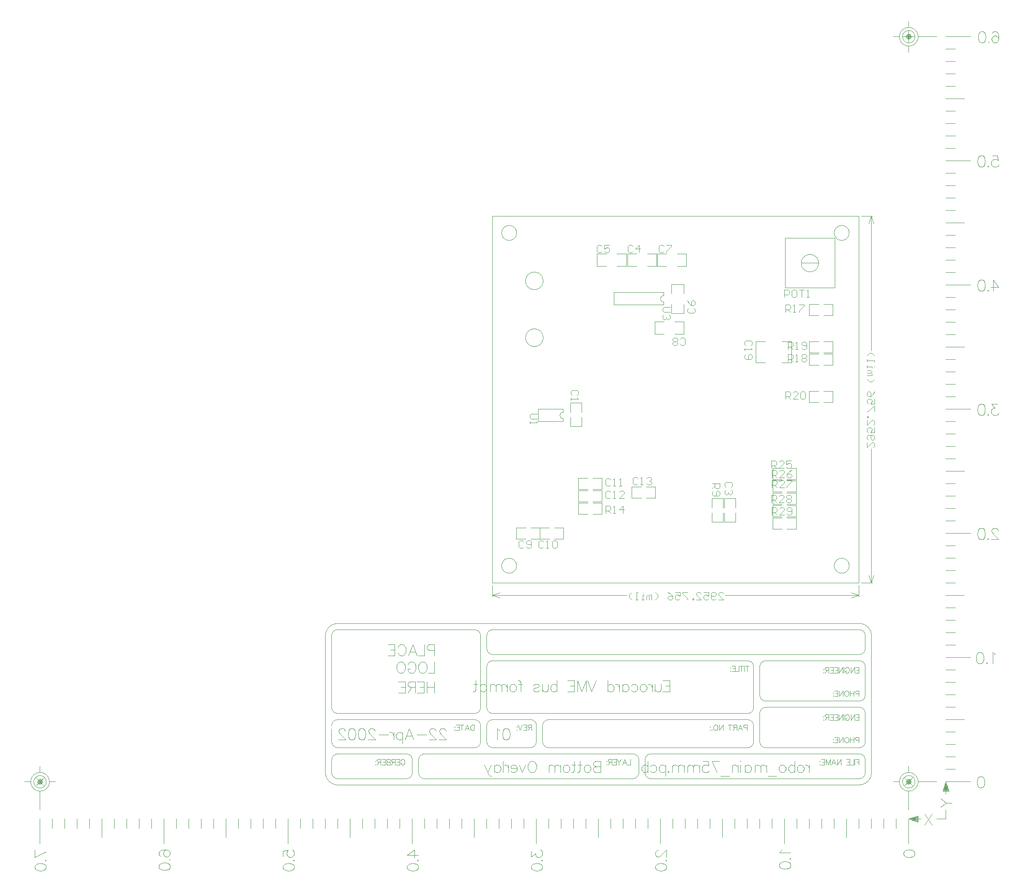
<source format=gbo>
*%FSLAX23Y23*%
*%MOIN*%
G01*
D11*
X9697Y5712D02*
Y5756D01*
X9682D01*
X9676Y5754D01*
X9671Y5750D01*
X9669Y5746D01*
X9667Y5739D01*
Y5729D01*
X9669Y5722D01*
X9671Y5718D01*
X9676Y5714D01*
X9682Y5712D01*
X9697D01*
X9640Y5756D02*
X9623Y5712D01*
X9657D02*
X9640Y5756D01*
X9651Y5726D02*
X9629D01*
X9597Y5712D02*
Y5756D01*
X9612D02*
X9582D01*
X9577D02*
X9549D01*
X9577D02*
Y5712D01*
X9549D01*
X9560Y5735D02*
X9577D01*
X9541Y5739D02*
X9539Y5741D01*
X9541Y5739D02*
X9539Y5737D01*
X9537Y5739D01*
X9539Y5741D01*
Y5716D02*
X9541Y5714D01*
X9539Y5712D01*
X9537Y5714D01*
X9539Y5716D01*
X10160Y5712D02*
Y5756D01*
X10140D01*
X10134Y5754D01*
X10132Y5752D01*
X10130Y5748D01*
Y5744D01*
X10132Y5739D01*
X10134Y5737D01*
X10140Y5735D01*
X10160D01*
X10145D02*
X10130Y5712D01*
X10119Y5756D02*
X10092D01*
X10119D02*
Y5712D01*
X10092D01*
X10102Y5735D02*
X10119D01*
X10084Y5756D02*
X10067Y5712D01*
X10050Y5756D01*
X10042Y5741D02*
X10044Y5739D01*
X10042Y5737D01*
X10040Y5739D01*
X10042Y5741D01*
Y5716D02*
X10044Y5714D01*
X10042Y5712D01*
X10040Y5714D01*
X10042Y5716D01*
X12778Y6008D02*
X12797D01*
X12778D02*
X12771Y6010D01*
X12769Y6012D01*
X12767Y6016D01*
Y6023D01*
X12769Y6027D01*
X12771Y6029D01*
X12778Y6031D01*
X12797D01*
Y5986D01*
X12757D02*
Y6031D01*
X12727D02*
Y5986D01*
Y6010D02*
X12757D01*
X12706Y6029D02*
X12702Y6031D01*
X12706Y6029D02*
X12710Y6025D01*
X12712Y6021D01*
X12715Y6014D01*
Y6004D01*
X12712Y5997D01*
X12710Y5993D01*
X12706Y5989D01*
X12702Y5986D01*
X12693D01*
X12689Y5989D01*
X12685Y5993D01*
X12682Y5997D01*
X12680Y6004D01*
Y6014D01*
X12682Y6021D01*
X12685Y6025D01*
X12689Y6029D01*
X12693Y6031D01*
X12702D01*
X12670D02*
Y5986D01*
X12640D02*
X12670Y6031D01*
X12640D02*
Y5986D01*
X12627Y6031D02*
X12599D01*
X12627D02*
Y5986D01*
X12599D01*
X12610Y6010D02*
X12627D01*
X12592Y6014D02*
X12590Y6016D01*
X12592Y6014D02*
X12590Y6012D01*
X12588Y6014D01*
X12590Y6016D01*
Y5991D02*
X12592Y5989D01*
X12590Y5986D01*
X12588Y5989D01*
X12590Y5991D01*
X12778Y5633D02*
X12797D01*
X12778D02*
X12771Y5635D01*
X12769Y5637D01*
X12767Y5641D01*
Y5648D01*
X12769Y5652D01*
X12771Y5654D01*
X12778Y5656D01*
X12797D01*
Y5612D01*
X12757D02*
Y5656D01*
X12727D02*
Y5612D01*
Y5635D02*
X12757D01*
X12706Y5654D02*
X12702Y5656D01*
X12706Y5654D02*
X12710Y5650D01*
X12712Y5646D01*
X12715Y5639D01*
Y5629D01*
X12712Y5622D01*
X12710Y5618D01*
X12706Y5614D01*
X12702Y5612D01*
X12693D01*
X12689Y5614D01*
X12685Y5618D01*
X12682Y5622D01*
X12680Y5629D01*
Y5639D01*
X12682Y5646D01*
X12685Y5650D01*
X12689Y5654D01*
X12693Y5656D01*
X12702D01*
X12670D02*
Y5612D01*
X12640D02*
X12670Y5656D01*
X12640D02*
Y5612D01*
X12627Y5656D02*
X12599D01*
X12627D02*
Y5612D01*
X12599D01*
X12610Y5635D02*
X12627D01*
X12592Y5639D02*
X12590Y5641D01*
X12592Y5639D02*
X12590Y5637D01*
X12588Y5639D01*
X12590Y5641D01*
Y5616D02*
X12592Y5614D01*
X12590Y5612D01*
X12588Y5614D01*
X12590Y5616D01*
X10957Y5479D02*
Y5434D01*
X10931D01*
X10892D02*
X10909Y5479D01*
X10926Y5434D01*
X10920Y5449D02*
X10899D01*
X10882Y5479D02*
X10864Y5458D01*
Y5434D01*
Y5458D02*
X10847Y5479D01*
X10842D02*
X10814D01*
X10842D02*
Y5434D01*
X10814D01*
X10824Y5458D02*
X10842D01*
X10806Y5479D02*
Y5434D01*
Y5479D02*
X10787D01*
X10780Y5477D01*
X10778Y5475D01*
X10776Y5470D01*
Y5466D01*
X10778Y5462D01*
X10780Y5460D01*
X10787Y5458D01*
X10806D01*
X10791D02*
X10776Y5434D01*
X10766Y5462D02*
X10764Y5464D01*
X10766Y5462D02*
X10764Y5460D01*
X10762Y5462D01*
X10764Y5464D01*
Y5438D02*
X10766Y5436D01*
X10764Y5434D01*
X10762Y5436D01*
X10764Y5438D01*
X12769Y6219D02*
X12797D01*
Y6174D01*
X12769D01*
X12780Y6198D02*
X12797D01*
X12762Y6219D02*
Y6174D01*
X12732D02*
X12762Y6219D01*
X12732D02*
Y6174D01*
X12687Y6208D02*
X12689Y6213D01*
X12694Y6217D01*
X12698Y6219D01*
X12706D01*
X12711Y6217D01*
X12715Y6213D01*
X12717Y6208D01*
X12719Y6202D01*
Y6191D01*
X12717Y6185D01*
X12715Y6180D01*
X12711Y6176D01*
X12706Y6174D01*
X12698D01*
X12694Y6176D01*
X12689Y6180D01*
X12687Y6185D01*
Y6191D01*
X12698D01*
X12677Y6174D02*
Y6219D01*
X12667D02*
Y6174D01*
X12637D02*
X12667Y6219D01*
X12637D02*
Y6174D01*
X12625Y6219D02*
X12597D01*
X12625D02*
Y6174D01*
X12597D01*
X12608Y6198D02*
X12625D01*
X12590Y6219D02*
X12562D01*
X12590D02*
Y6174D01*
X12562D01*
X12572Y6198D02*
X12590D01*
X12554Y6219D02*
Y6174D01*
Y6219D02*
X12535D01*
X12529Y6217D01*
X12526Y6215D01*
X12524Y6210D01*
Y6206D01*
X12526Y6202D01*
X12529Y6200D01*
X12535Y6198D01*
X12554D01*
X12539D02*
X12524Y6174D01*
X12514Y6202D02*
X12512Y6204D01*
X12514Y6202D02*
X12512Y6200D01*
X12510Y6202D01*
X12512Y6204D01*
Y6178D02*
X12514Y6176D01*
X12512Y6174D01*
X12510Y6176D01*
X12512Y6178D01*
X11897Y5733D02*
X11878D01*
X11871Y5735D01*
X11869Y5737D01*
X11867Y5741D01*
Y5748D01*
X11869Y5752D01*
X11871Y5754D01*
X11878Y5756D01*
X11897D01*
Y5712D01*
X11840Y5756D02*
X11823Y5712D01*
X11857D02*
X11840Y5756D01*
X11851Y5726D02*
X11829D01*
X11812Y5712D02*
Y5756D01*
X11793D01*
X11786Y5754D01*
X11784Y5752D01*
X11782Y5748D01*
Y5744D01*
X11784Y5739D01*
X11786Y5737D01*
X11793Y5735D01*
X11812D01*
X11797D02*
X11782Y5712D01*
X11757D02*
Y5756D01*
X11772D02*
X11742D01*
X11701D02*
Y5712D01*
X11671D02*
X11701Y5756D01*
X11671D02*
Y5712D01*
X11650Y5754D02*
X11646Y5756D01*
X11650Y5754D02*
X11655Y5750D01*
X11657Y5746D01*
X11659Y5739D01*
Y5729D01*
X11657Y5722D01*
X11655Y5718D01*
X11650Y5714D01*
X11646Y5712D01*
X11638D01*
X11633Y5714D01*
X11629Y5718D01*
X11627Y5722D01*
X11625Y5729D01*
Y5739D01*
X11627Y5746D01*
X11629Y5750D01*
X11633Y5754D01*
X11638Y5756D01*
X11646D01*
X11612Y5716D02*
X11614Y5714D01*
X11612Y5712D01*
X11610Y5714D01*
X11612Y5716D01*
X11600Y5739D02*
X11598Y5741D01*
X11600Y5739D02*
X11598Y5737D01*
X11596Y5739D01*
X11598Y5741D01*
Y5716D02*
X11600Y5714D01*
X11598Y5712D01*
X11596Y5714D01*
X11598Y5716D01*
X11895Y6186D02*
Y6231D01*
X11910D02*
X11880D01*
X11874D02*
Y6186D01*
X11850D02*
Y6231D01*
X11865D02*
X11835D01*
X11829D02*
Y6186D01*
X11804D01*
X11799Y6231D02*
X11771D01*
X11799D02*
Y6186D01*
X11771D01*
X11782Y6210D02*
X11799D01*
X11763Y6214D02*
X11761Y6216D01*
X11763Y6214D02*
X11761Y6212D01*
X11759Y6214D01*
X11761Y6216D01*
Y6191D02*
X11763Y6189D01*
X11761Y6186D01*
X11759Y6189D01*
X11761Y6191D01*
X12769Y5839D02*
X12797D01*
Y5794D01*
X12769D01*
X12780Y5818D02*
X12797D01*
X12762Y5839D02*
Y5794D01*
X12732D02*
X12762Y5839D01*
X12732D02*
Y5794D01*
X12687Y5828D02*
X12689Y5833D01*
X12694Y5837D01*
X12698Y5839D01*
X12706D01*
X12711Y5837D01*
X12715Y5833D01*
X12717Y5828D01*
X12719Y5822D01*
Y5811D01*
X12717Y5805D01*
X12715Y5800D01*
X12711Y5796D01*
X12706Y5794D01*
X12698D01*
X12694Y5796D01*
X12689Y5800D01*
X12687Y5805D01*
Y5811D01*
X12698D01*
X12677Y5794D02*
Y5839D01*
X12667D02*
Y5794D01*
X12637D02*
X12667Y5839D01*
X12637D02*
Y5794D01*
X12625Y5839D02*
X12597D01*
X12625D02*
Y5794D01*
X12597D01*
X12608Y5818D02*
X12625D01*
X12590Y5839D02*
X12562D01*
X12590D02*
Y5794D01*
X12562D01*
X12572Y5818D02*
X12590D01*
X12554Y5839D02*
Y5794D01*
Y5839D02*
X12535D01*
X12529Y5837D01*
X12526Y5835D01*
X12524Y5830D01*
Y5826D01*
X12526Y5822D01*
X12529Y5820D01*
X12535Y5818D01*
X12554D01*
X12539D02*
X12524Y5794D01*
X12514Y5822D02*
X12512Y5824D01*
X12514Y5822D02*
X12512Y5820D01*
X12510Y5822D01*
X12512Y5824D01*
Y5798D02*
X12514Y5796D01*
X12512Y5794D01*
X12510Y5796D01*
X12512Y5798D01*
X12797Y5479D02*
Y5434D01*
Y5479D02*
X12769D01*
X12780Y5458D02*
X12797D01*
X12764Y5479D02*
Y5434D01*
X12755D02*
Y5479D01*
Y5434D02*
X12729D01*
X12724Y5479D02*
X12696D01*
X12724D02*
Y5434D01*
X12696D01*
X12707Y5458D02*
X12724D01*
X12653Y5479D02*
Y5434D01*
X12623D02*
X12653Y5479D01*
X12623D02*
Y5434D01*
X12577D02*
X12594Y5479D01*
X12611Y5434D01*
X12604Y5449D02*
X12583D01*
X12566Y5434D02*
Y5479D01*
X12549Y5434D01*
X12532Y5479D01*
Y5434D01*
X12519Y5479D02*
X12491D01*
X12519D02*
Y5434D01*
X12491D01*
X12502Y5458D02*
X12519D01*
X12484Y5462D02*
X12481Y5464D01*
X12484Y5462D02*
X12481Y5460D01*
X12479Y5462D01*
X12481Y5464D01*
Y5438D02*
X12484Y5436D01*
X12481Y5434D01*
X12479Y5436D01*
X12481Y5438D01*
X9107Y5473D02*
X9105Y5468D01*
X9107Y5473D02*
X9111Y5477D01*
X9116Y5479D01*
X9124D01*
X9128Y5477D01*
X9133Y5473D01*
X9135Y5468D01*
X9137Y5462D01*
Y5451D01*
X9135Y5445D01*
X9133Y5440D01*
X9128Y5436D01*
X9124Y5434D01*
X9116D01*
X9111Y5436D01*
X9107Y5440D01*
X9105Y5445D01*
Y5451D01*
X9116D01*
X9095Y5479D02*
X9067D01*
X9095D02*
Y5434D01*
X9067D01*
X9077Y5458D02*
X9095D01*
X9059Y5479D02*
Y5434D01*
Y5479D02*
X9040D01*
X9034Y5477D01*
X9031Y5475D01*
X9029Y5470D01*
Y5466D01*
X9031Y5462D01*
X9034Y5460D01*
X9040Y5458D01*
X9059D01*
X9044D02*
X9029Y5434D01*
X9019D02*
Y5479D01*
X9000D01*
X8993Y5477D01*
X8991Y5475D01*
X8989Y5470D01*
Y5466D01*
X8991Y5462D01*
X8993Y5460D01*
X9000Y5458D01*
X9019D01*
X9000D02*
X8993Y5455D01*
X8991Y5453D01*
X8989Y5449D01*
Y5443D01*
X8991Y5438D01*
X8993Y5436D01*
X9000Y5434D01*
X9019D01*
X8979Y5479D02*
X8951D01*
X8979D02*
Y5434D01*
X8951D01*
X8962Y5458D02*
X8979D01*
X8944Y5479D02*
Y5434D01*
Y5479D02*
X8924D01*
X8918Y5477D01*
X8916Y5475D01*
X8914Y5470D01*
Y5466D01*
X8916Y5462D01*
X8918Y5460D01*
X8924Y5458D01*
X8944D01*
X8929D02*
X8914Y5434D01*
X8904Y5462D02*
X8902Y5464D01*
X8904Y5462D02*
X8902Y5460D01*
X8899Y5462D01*
X8902Y5464D01*
Y5438D02*
X8904Y5436D01*
X8902Y5434D01*
X8899Y5436D01*
X8902Y5438D01*
D12*
X12861Y7990D02*
Y8029D01*
Y7990D02*
X12901Y8029D01*
X12911D01*
X12921Y8019D01*
Y7999D01*
X12911Y7990D01*
X12871Y8049D02*
X12861Y8059D01*
Y8079D01*
X12871Y8089D01*
X12911D01*
X12921Y8079D01*
Y8059D01*
X12911Y8049D01*
X12901D01*
X12891Y8059D01*
Y8089D01*
X12921Y8109D02*
Y8149D01*
Y8109D02*
X12891D01*
X12901Y8129D01*
Y8139D01*
X12891Y8149D01*
X12871D01*
X12861Y8139D01*
Y8119D01*
X12871Y8109D01*
X12861Y8169D02*
Y8209D01*
Y8169D02*
X12901Y8209D01*
X12911D01*
X12921Y8199D01*
Y8179D01*
X12911Y8169D01*
X12871Y8229D02*
X12861D01*
X12871D02*
Y8239D01*
X12861D01*
Y8229D01*
X12921Y8279D02*
Y8319D01*
X12911D01*
X12871Y8279D01*
X12861D01*
X12921Y8339D02*
Y8379D01*
Y8339D02*
X12891D01*
X12901Y8359D01*
Y8369D01*
X12891Y8379D01*
X12871D01*
X12861Y8369D01*
Y8349D01*
X12871Y8339D01*
X12911Y8419D02*
X12921Y8439D01*
X12911Y8419D02*
X12891Y8399D01*
X12871D01*
X12861Y8409D01*
Y8429D01*
X12871Y8439D01*
X12881D01*
X12891Y8429D01*
Y8399D01*
X12881Y8519D02*
X12861Y8539D01*
X12881Y8519D02*
X12901D01*
X12921Y8539D01*
X12901Y8569D02*
X12861D01*
X12901D02*
Y8579D01*
X12891Y8589D01*
X12861D01*
X12891D01*
X12901Y8599D01*
X12891Y8609D01*
X12861D01*
Y8629D02*
Y8649D01*
Y8639D01*
X12901D01*
Y8629D01*
X12921Y8639D02*
X12920D01*
X12861Y8679D02*
Y8699D01*
Y8689D01*
X12921D01*
Y8679D01*
X12861Y8729D02*
X12881Y8749D01*
X12901D01*
X12921Y8729D01*
X11707Y6763D02*
X11667D01*
X11707D02*
X11667Y6803D01*
Y6813D01*
X11677Y6823D01*
X11697D01*
X11707Y6813D01*
X11647Y6773D02*
X11637Y6763D01*
X11617D01*
X11607Y6773D01*
Y6813D01*
X11617Y6823D01*
X11637D01*
X11647Y6813D01*
Y6803D01*
X11637Y6793D01*
X11607D01*
X11587Y6823D02*
X11547D01*
X11587D02*
Y6793D01*
X11567Y6803D01*
X11557D01*
X11547Y6793D01*
Y6773D01*
X11557Y6763D01*
X11577D01*
X11587Y6773D01*
X11527Y6763D02*
X11487D01*
X11527D02*
X11487Y6803D01*
Y6813D01*
X11497Y6823D01*
X11517D01*
X11527Y6813D01*
X11467Y6773D02*
Y6763D01*
Y6773D02*
X11457D01*
Y6763D01*
X11467D01*
X11417Y6823D02*
X11377D01*
Y6813D01*
X11417Y6773D01*
Y6763D01*
X11357Y6823D02*
X11317D01*
X11357D02*
Y6793D01*
X11337Y6803D01*
X11327D01*
X11317Y6793D01*
Y6773D01*
X11327Y6763D01*
X11347D01*
X11357Y6773D01*
X11277Y6813D02*
X11257Y6823D01*
X11277Y6813D02*
X11297Y6793D01*
Y6773D01*
X11287Y6763D01*
X11267D01*
X11257Y6773D01*
Y6783D01*
X11267Y6793D01*
X11297D01*
X11177Y6783D02*
X11157Y6763D01*
X11177Y6783D02*
Y6803D01*
X11157Y6823D01*
X11127Y6803D02*
Y6763D01*
Y6803D02*
X11117D01*
X11107Y6793D01*
Y6763D01*
Y6793D01*
X11097Y6803D01*
X11087Y6793D01*
Y6763D01*
X11067D02*
X11047D01*
X11057D01*
Y6803D01*
X11067D01*
X11057Y6823D02*
X11056D01*
X11017Y6763D02*
X10997D01*
X11007D01*
Y6823D01*
X11017D01*
X10967Y6763D02*
X10947Y6783D01*
Y6803D01*
X10967Y6823D01*
D15*
X13072Y5299D02*
X13122D01*
X13272D02*
X13422D01*
X13422Y4999D02*
X13497D01*
X13522Y5224D02*
X13472D01*
X13483Y5232D02*
X13512D01*
X13507Y5236D02*
X13488D01*
X13478Y5228D02*
X13517D01*
X13502Y5239D02*
X13493D01*
X13297Y4999D02*
X13272D01*
X13497Y5299D02*
X13697D01*
X13572Y5399D02*
X13497D01*
Y5499D02*
X13572D01*
Y5599D02*
X13497D01*
Y5699D02*
X13572D01*
X13647Y5799D02*
X13497D01*
Y5899D02*
X13572D01*
Y5999D02*
X13497D01*
Y6099D02*
X13572D01*
Y6199D02*
X13497D01*
Y6299D02*
X13697D01*
X13572Y6399D02*
X13497D01*
Y6499D02*
X13572D01*
Y6599D02*
X13497D01*
Y6699D02*
X13572D01*
X13647Y6799D02*
X13497D01*
Y6899D02*
X13572D01*
Y6999D02*
X13497D01*
Y7099D02*
X13572D01*
Y7199D02*
X13497D01*
Y7299D02*
X13697D01*
X13572Y7399D02*
X13497D01*
Y7499D02*
X13572D01*
Y7599D02*
X13497D01*
Y7699D02*
X13572D01*
X13647Y7799D02*
X13497D01*
Y7899D02*
X13572D01*
Y7999D02*
X13497D01*
Y8099D02*
X13572D01*
Y8199D02*
X13497D01*
Y8299D02*
X13697D01*
X13572Y8399D02*
X13497D01*
Y8499D02*
X13572D01*
Y8599D02*
X13497D01*
Y8699D02*
X13572D01*
X13647Y8799D02*
X13497D01*
Y8899D02*
X13572D01*
Y8999D02*
X13497D01*
Y9099D02*
X13572D01*
Y9199D02*
X13497D01*
Y9299D02*
X13697D01*
X13572Y9399D02*
X13497D01*
Y9499D02*
X13572D01*
Y9599D02*
X13497D01*
Y9699D02*
X13572D01*
X13647Y9799D02*
X13497D01*
Y9899D02*
X13572D01*
Y9999D02*
X13497D01*
Y10099D02*
X13572D01*
Y10199D02*
X13497D01*
Y10299D02*
X13697D01*
X13572Y10399D02*
X13497D01*
Y10499D02*
X13572D01*
Y10599D02*
X13497D01*
Y10699D02*
X13572D01*
X13647Y10799D02*
X13497D01*
Y10899D02*
X13572D01*
Y10999D02*
X13497D01*
Y11099D02*
X13572D01*
Y11199D02*
X13497D01*
Y11299D02*
X13697D01*
X13197D02*
X13147D01*
X13197D02*
X13247D01*
X13272D02*
X13422D01*
X13122D02*
X13072D01*
X6322Y5299D02*
X6272D01*
X6122D02*
X6072D01*
X13197Y5224D02*
Y5074D01*
Y5374D02*
Y5424D01*
X13497Y5074D02*
Y4999D01*
X13272Y4974D02*
Y5024D01*
X13264Y5014D02*
Y4984D01*
X13497Y5199D02*
Y5224D01*
X13261Y5008D02*
Y4990D01*
X13268Y4980D02*
Y5018D01*
X13257Y5004D02*
Y4994D01*
X13197Y4999D02*
Y4799D01*
X13097Y4924D02*
Y4999D01*
X12997D02*
Y4924D01*
X12897D02*
Y4999D01*
X12797D02*
Y4924D01*
X12697Y4849D02*
Y4999D01*
X12597D02*
Y4924D01*
X12497D02*
Y4999D01*
X12397D02*
Y4924D01*
X12297D02*
Y4999D01*
X12197D02*
Y4799D01*
X12097Y4924D02*
Y4999D01*
X11997D02*
Y4924D01*
X11897D02*
Y4999D01*
X11797D02*
Y4924D01*
X11697Y4849D02*
Y4999D01*
X11597D02*
Y4924D01*
X11497D02*
Y4999D01*
X11397D02*
Y4924D01*
X11297D02*
Y4999D01*
X11197D02*
Y4799D01*
X11097Y4924D02*
Y4999D01*
X10997D02*
Y4924D01*
X10897D02*
Y4999D01*
X10797D02*
Y4924D01*
X10697Y4849D02*
Y4999D01*
X10597D02*
Y4924D01*
X10497D02*
Y4999D01*
X10397D02*
Y4924D01*
X10297D02*
Y4999D01*
X10197D02*
Y4799D01*
X10097Y4924D02*
Y4999D01*
X9997D02*
Y4924D01*
X9897D02*
Y4999D01*
X9797D02*
Y4924D01*
X9697Y4849D02*
Y4999D01*
X9597D02*
Y4924D01*
X9497D02*
Y4999D01*
X9397D02*
Y4924D01*
X9297D02*
Y4999D01*
X9197D02*
Y4799D01*
X9097Y4924D02*
Y4999D01*
X8997D02*
Y4924D01*
X8897D02*
Y4999D01*
X8797D02*
Y4924D01*
X8697Y4849D02*
Y4999D01*
X8597D02*
Y4924D01*
X8497D02*
Y4999D01*
X8397D02*
Y4924D01*
X8297D02*
Y4999D01*
X8197D02*
Y4799D01*
X8097Y4924D02*
Y4999D01*
X7997D02*
Y4924D01*
X7897D02*
Y4999D01*
X7797D02*
Y4924D01*
X7697Y4849D02*
Y4999D01*
X7597D02*
Y4924D01*
X7497D02*
Y4999D01*
X7397D02*
Y4924D01*
X7297D02*
Y4999D01*
X7197D02*
Y4799D01*
X7097Y4924D02*
Y4999D01*
X6997D02*
Y4924D01*
X6897D02*
Y4999D01*
X6797D02*
Y4924D01*
X6697Y4849D02*
Y4999D01*
X6597D02*
Y4924D01*
X6497D02*
Y4999D01*
X6397D02*
Y4924D01*
X6297D02*
Y4999D01*
X6197D02*
Y4799D01*
X13197Y11249D02*
Y11299D01*
Y11349D01*
Y11374D02*
Y11424D01*
Y11224D02*
Y11174D01*
X6197Y5424D02*
Y5374D01*
Y5224D02*
Y5074D01*
X13162Y5334D02*
X13197Y5299D01*
X13232Y5264D01*
X6232D02*
X6197Y5299D01*
X6162Y5334D01*
X13162Y5264D02*
X13197Y5299D01*
X13232Y5334D01*
X6197Y5299D02*
X6162Y5264D01*
X6197Y5299D02*
X6232Y5334D01*
X13197Y4999D02*
X13272Y4974D01*
Y5024D02*
X13197Y4999D01*
X13221D02*
X13264Y5014D01*
Y4984D02*
X13221Y4999D01*
X13472Y5224D02*
X13497Y5299D01*
X13522Y5224D01*
X13512Y5232D02*
X13497Y5275D01*
X13483Y5232D01*
X13507Y5236D02*
X13497Y5264D01*
X13488Y5236D01*
X13517Y5228D02*
X13497Y5286D01*
X13478Y5228D01*
X13502Y5239D02*
X13497Y5252D01*
X13493Y5239D01*
X13261Y5008D02*
X13233Y4999D01*
X13261Y4990D01*
X13268Y5018D02*
X13210Y4999D01*
X13268Y4980D01*
X13257Y5004D02*
X13244Y4999D01*
X13257Y4994D01*
X6147Y5299D02*
X6147Y5302D01*
X6147Y5306D01*
X6148Y5309D01*
X6149Y5312D01*
X6150Y5316D01*
X6151Y5319D01*
X6152Y5322D01*
X6154Y5325D01*
X6156Y5328D01*
X6158Y5330D01*
X6160Y5333D01*
X6163Y5335D01*
X6165Y5337D01*
X6168Y5340D01*
X6171Y5341D01*
X6173Y5343D01*
X6177Y5345D01*
X6180Y5346D01*
X6183Y5347D01*
X6186Y5348D01*
X6189Y5348D01*
X6193Y5349D01*
X6196Y5349D01*
X6200Y5349D01*
X6203Y5349D01*
X6206Y5348D01*
X6210Y5347D01*
X6213Y5346D01*
X6216Y5345D01*
X6219Y5344D01*
X6222Y5342D01*
X6225Y5341D01*
X6228Y5339D01*
X6230Y5336D01*
X6233Y5334D01*
X6235Y5332D01*
X6237Y5329D01*
X6239Y5326D01*
X6241Y5323D01*
X6242Y5320D01*
X6244Y5317D01*
X6245Y5314D01*
X6246Y5311D01*
X6246Y5307D01*
X6247Y5304D01*
X6247Y5301D01*
Y5297D01*
X6247Y5294D01*
X6246Y5291D01*
X6246Y5287D01*
X6245Y5284D01*
X6244Y5281D01*
X6242Y5278D01*
X6241Y5275D01*
X6239Y5272D01*
X6237Y5269D01*
X6235Y5266D01*
X6233Y5264D01*
X6230Y5262D01*
X6228Y5259D01*
X6225Y5257D01*
X6222Y5256D01*
X6219Y5254D01*
X6216Y5253D01*
X6213Y5252D01*
X6210Y5251D01*
X6206Y5250D01*
X6203Y5249D01*
X6200Y5249D01*
X6196Y5249D01*
X6193Y5249D01*
X6189Y5250D01*
X6186Y5250D01*
X6183Y5251D01*
X6180Y5252D01*
X6177Y5253D01*
X6173Y5255D01*
X6171Y5257D01*
X6168Y5258D01*
X6165Y5261D01*
X6163Y5263D01*
X6160Y5265D01*
X6158Y5268D01*
X6156Y5270D01*
X6154Y5273D01*
X6152Y5276D01*
X6151Y5279D01*
X6150Y5282D01*
X6149Y5286D01*
X6148Y5289D01*
X6147Y5292D01*
X6147Y5296D01*
X6147Y5299D01*
X6122D02*
X6122Y5302D01*
X6122Y5306D01*
X6123Y5309D01*
X6123Y5312D01*
X6124Y5316D01*
X6125Y5319D01*
X6126Y5322D01*
X6127Y5325D01*
X6128Y5328D01*
X6129Y5331D01*
X6131Y5334D01*
X6132Y5337D01*
X6134Y5340D01*
X6136Y5343D01*
X6138Y5345D01*
X6140Y5348D01*
X6143Y5351D01*
X6145Y5353D01*
X6147Y5355D01*
X6150Y5357D01*
X6153Y5359D01*
X6155Y5361D01*
X6158Y5363D01*
X6161Y5365D01*
X6164Y5366D01*
X6167Y5368D01*
X6170Y5369D01*
X6173Y5370D01*
X6176Y5371D01*
X6180Y5372D01*
X6183Y5373D01*
X6186Y5373D01*
X6189Y5374D01*
X6193Y5374D01*
X6196Y5374D01*
X6200Y5374D01*
X6203Y5374D01*
X6206Y5373D01*
X6209Y5373D01*
X6213Y5372D01*
X6216Y5372D01*
X6219Y5371D01*
X6222Y5370D01*
X6226Y5368D01*
X6229Y5367D01*
X6232Y5366D01*
X6234Y5364D01*
X6237Y5362D01*
X6240Y5360D01*
X6243Y5358D01*
X6245Y5356D01*
X6248Y5354D01*
X6250Y5352D01*
X6253Y5349D01*
X6255Y5347D01*
X6257Y5344D01*
X6259Y5341D01*
X6261Y5339D01*
X6262Y5336D01*
X6264Y5333D01*
X6265Y5330D01*
X6267Y5327D01*
X6268Y5324D01*
X6269Y5320D01*
X6270Y5317D01*
X6270Y5314D01*
X6271Y5311D01*
X6272Y5307D01*
X6272Y5304D01*
X6272Y5301D01*
Y5297D01*
X6272Y5294D01*
X6272Y5291D01*
X6271Y5287D01*
X6270Y5284D01*
X6270Y5281D01*
X6269Y5278D01*
X6268Y5274D01*
X6267Y5271D01*
X6265Y5268D01*
X6264Y5265D01*
X6262Y5262D01*
X6261Y5259D01*
X6259Y5257D01*
X6257Y5254D01*
X6255Y5251D01*
X6253Y5249D01*
X6250Y5246D01*
X6248Y5244D01*
X6245Y5242D01*
X6243Y5240D01*
X6240Y5238D01*
X6237Y5236D01*
X6234Y5234D01*
X6232Y5232D01*
X6229Y5231D01*
X6226Y5230D01*
X6222Y5228D01*
X6219Y5227D01*
X6216Y5226D01*
X6213Y5226D01*
X6209Y5225D01*
X6206Y5225D01*
X6203Y5224D01*
X6200Y5224D01*
X6196Y5224D01*
X6193Y5224D01*
X6189Y5224D01*
X6186Y5225D01*
X6183Y5225D01*
X6180Y5226D01*
X6176Y5227D01*
X6173Y5228D01*
X6170Y5229D01*
X6167Y5230D01*
X6164Y5232D01*
X6161Y5233D01*
X6158Y5235D01*
X6155Y5237D01*
X6153Y5239D01*
X6150Y5241D01*
X6147Y5243D01*
X6145Y5245D01*
X6143Y5247D01*
X6140Y5250D01*
X6138Y5253D01*
X6136Y5255D01*
X6134Y5258D01*
X6132Y5261D01*
X6131Y5264D01*
X6129Y5267D01*
X6128Y5270D01*
X6127Y5273D01*
X6126Y5276D01*
X6125Y5279D01*
X6124Y5282D01*
X6123Y5286D01*
X6123Y5289D01*
X6122Y5292D01*
X6122Y5296D01*
X6122Y5299D01*
X6194D02*
X6196Y5301D01*
X6198D01*
X6200Y5299D01*
X6198Y5297D01*
X6196D01*
X6194Y5299D01*
X6192D02*
X6193Y5302D01*
X6196Y5304D01*
X6200Y5303D01*
X6202Y5301D01*
Y5297D01*
X6200Y5295D01*
X6196Y5294D01*
X6193Y5296D01*
X6192Y5299D01*
X6177D02*
X6177Y5302D01*
X6178Y5305D01*
X6179Y5308D01*
X6181Y5311D01*
X6183Y5313D01*
X6186Y5315D01*
X6188Y5317D01*
X6191Y5318D01*
X6195Y5319D01*
X6198Y5319D01*
X6201Y5319D01*
X6204Y5318D01*
X6207Y5316D01*
X6210Y5314D01*
X6212Y5312D01*
X6214Y5310D01*
X6215Y5307D01*
X6216Y5304D01*
X6217Y5301D01*
Y5297D01*
X6216Y5294D01*
X6215Y5291D01*
X6214Y5288D01*
X6212Y5286D01*
X6210Y5283D01*
X6207Y5282D01*
X6204Y5280D01*
X6201Y5279D01*
X6198Y5279D01*
X6195Y5279D01*
X6191Y5280D01*
X6188Y5281D01*
X6186Y5283D01*
X6183Y5285D01*
X6181Y5287D01*
X6179Y5290D01*
X6178Y5293D01*
X6177Y5296D01*
X6177Y5299D01*
X6182D02*
X6182Y5302D01*
X6184Y5306D01*
X6186Y5309D01*
X6188Y5311D01*
X6191Y5313D01*
X6194Y5314D01*
X6198Y5314D01*
X6201Y5313D01*
X6204Y5312D01*
X6207Y5310D01*
X6210Y5307D01*
X6211Y5304D01*
X6212Y5301D01*
Y5297D01*
X6211Y5294D01*
X6210Y5291D01*
X6207Y5288D01*
X6204Y5286D01*
X6201Y5285D01*
X6198Y5284D01*
X6194Y5284D01*
X6191Y5285D01*
X6188Y5287D01*
X6186Y5289D01*
X6184Y5292D01*
X6182Y5296D01*
X6182Y5299D01*
X6187D02*
X6188Y5302D01*
X6189Y5305D01*
X6192Y5308D01*
X6195Y5309D01*
X6199D01*
X6202Y5308D01*
X6205Y5305D01*
X6206Y5302D01*
X6207Y5299D01*
X6206Y5296D01*
X6205Y5293D01*
X6202Y5290D01*
X6199Y5289D01*
X6195D01*
X6192Y5290D01*
X6189Y5293D01*
X6188Y5296D01*
X6187Y5299D01*
X13122Y11299D02*
X13122Y11302D01*
X13122Y11306D01*
X13123Y11309D01*
X13123Y11312D01*
X13124Y11316D01*
X13125Y11319D01*
X13126Y11322D01*
X13127Y11325D01*
X13128Y11328D01*
X13129Y11331D01*
X13131Y11334D01*
X13132Y11337D01*
X13134Y11340D01*
X13136Y11343D01*
X13138Y11345D01*
X13140Y11348D01*
X13143Y11351D01*
X13145Y11353D01*
X13147Y11355D01*
X13150Y11357D01*
X13153Y11359D01*
X13155Y11361D01*
X13158Y11363D01*
X13161Y11365D01*
X13164Y11366D01*
X13167Y11368D01*
X13170Y11369D01*
X13173Y11370D01*
X13176Y11371D01*
X13180Y11372D01*
X13183Y11373D01*
X13186Y11373D01*
X13190Y11374D01*
X13193Y11374D01*
X13196Y11374D01*
X13200Y11374D01*
X13203Y11374D01*
X13206Y11373D01*
X13209Y11373D01*
X13213Y11372D01*
X13216Y11372D01*
X13219Y11371D01*
X13222Y11370D01*
X13226Y11368D01*
X13229Y11367D01*
X13232Y11366D01*
X13235Y11364D01*
X13237Y11362D01*
X13240Y11360D01*
X13243Y11358D01*
X13245Y11356D01*
X13248Y11354D01*
X13250Y11352D01*
X13253Y11349D01*
X13255Y11347D01*
X13257Y11344D01*
X13259Y11341D01*
X13261Y11339D01*
X13262Y11336D01*
X13264Y11333D01*
X13265Y11330D01*
X13267Y11327D01*
X13268Y11324D01*
X13269Y11320D01*
X13270Y11317D01*
X13271Y11314D01*
X13271Y11311D01*
X13272Y11307D01*
X13272Y11304D01*
X13272Y11301D01*
Y11297D01*
X13272Y11294D01*
X13272Y11291D01*
X13271Y11287D01*
X13271Y11284D01*
X13270Y11281D01*
X13269Y11278D01*
X13268Y11274D01*
X13267Y11271D01*
X13265Y11268D01*
X13264Y11265D01*
X13262Y11262D01*
X13261Y11259D01*
X13259Y11257D01*
X13257Y11254D01*
X13255Y11251D01*
X13253Y11249D01*
X13250Y11246D01*
X13248Y11244D01*
X13245Y11242D01*
X13243Y11240D01*
X13240Y11238D01*
X13237Y11236D01*
X13235Y11234D01*
X13232Y11232D01*
X13229Y11231D01*
X13226Y11230D01*
X13222Y11228D01*
X13219Y11227D01*
X13216Y11226D01*
X13213Y11226D01*
X13209Y11225D01*
X13206Y11225D01*
X13203Y11224D01*
X13200Y11224D01*
X13196Y11224D01*
X13193Y11224D01*
X13190Y11224D01*
X13186Y11225D01*
X13183Y11225D01*
X13180Y11226D01*
X13176Y11227D01*
X13173Y11228D01*
X13170Y11229D01*
X13167Y11230D01*
X13164Y11232D01*
X13161Y11233D01*
X13158Y11235D01*
X13155Y11237D01*
X13153Y11239D01*
X13150Y11241D01*
X13147Y11243D01*
X13145Y11245D01*
X13143Y11247D01*
X13140Y11250D01*
X13138Y11253D01*
X13136Y11255D01*
X13134Y11258D01*
X13132Y11261D01*
X13131Y11264D01*
X13129Y11267D01*
X13128Y11270D01*
X13127Y11273D01*
X13126Y11276D01*
X13125Y11279D01*
X13124Y11282D01*
X13123Y11286D01*
X13123Y11289D01*
X13122Y11292D01*
X13122Y11296D01*
X13122Y11299D01*
X13195D02*
X13196Y11301D01*
X13198D01*
X13200Y11299D01*
X13198Y11297D01*
X13196D01*
X13195Y11299D01*
X13192D02*
X13193Y11302D01*
X13196Y11304D01*
X13200Y11303D01*
X13202Y11301D01*
Y11297D01*
X13200Y11295D01*
X13196Y11294D01*
X13193Y11296D01*
X13192Y11299D01*
X13187D02*
X13188Y11302D01*
X13189Y11305D01*
X13192Y11308D01*
X13195Y11309D01*
X13199D01*
X13202Y11308D01*
X13205Y11305D01*
X13206Y11302D01*
X13207Y11299D01*
X13206Y11296D01*
X13205Y11293D01*
X13202Y11290D01*
X13199Y11289D01*
X13195D01*
X13192Y11290D01*
X13189Y11293D01*
X13188Y11296D01*
X13187Y11299D01*
X13182D02*
X13182Y11302D01*
X13184Y11306D01*
X13186Y11309D01*
X13188Y11311D01*
X13191Y11313D01*
X13194Y11314D01*
X13198Y11314D01*
X13201Y11313D01*
X13205Y11312D01*
X13207Y11310D01*
X13210Y11307D01*
X13211Y11304D01*
X13212Y11301D01*
Y11297D01*
X13211Y11294D01*
X13210Y11291D01*
X13207Y11288D01*
X13205Y11286D01*
X13201Y11285D01*
X13198Y11284D01*
X13194Y11284D01*
X13191Y11285D01*
X13188Y11287D01*
X13186Y11289D01*
X13184Y11292D01*
X13182Y11296D01*
X13182Y11299D01*
X13177D02*
X13177Y11302D01*
X13178Y11305D01*
X13179Y11308D01*
X13181Y11311D01*
X13183Y11313D01*
X13186Y11315D01*
X13188Y11317D01*
X13191Y11318D01*
X13195Y11319D01*
X13198Y11319D01*
X13201Y11319D01*
X13204Y11318D01*
X13207Y11316D01*
X13210Y11314D01*
X13212Y11312D01*
X13214Y11310D01*
X13215Y11307D01*
X13216Y11304D01*
X13217Y11301D01*
Y11297D01*
X13216Y11294D01*
X13215Y11291D01*
X13214Y11288D01*
X13212Y11286D01*
X13210Y11284D01*
X13207Y11282D01*
X13204Y11280D01*
X13201Y11279D01*
X13198Y11279D01*
X13195Y11279D01*
X13191Y11280D01*
X13188Y11281D01*
X13186Y11283D01*
X13183Y11285D01*
X13181Y11287D01*
X13179Y11290D01*
X13178Y11293D01*
X13177Y11296D01*
X13177Y11299D01*
X13147D02*
X13147Y11302D01*
X13147Y11306D01*
X13148Y11309D01*
X13149Y11312D01*
X13150Y11316D01*
X13151Y11319D01*
X13152Y11322D01*
X13154Y11325D01*
X13156Y11328D01*
X13158Y11330D01*
X13160Y11333D01*
X13163Y11335D01*
X13165Y11337D01*
X13168Y11340D01*
X13171Y11341D01*
X13173Y11343D01*
X13177Y11345D01*
X13180Y11346D01*
X13183Y11347D01*
X13186Y11348D01*
X13189Y11348D01*
X13193Y11349D01*
X13196Y11349D01*
X13200Y11349D01*
X13203Y11349D01*
X13206Y11348D01*
X13210Y11347D01*
X13213Y11346D01*
X13216Y11345D01*
X13219Y11344D01*
X13222Y11342D01*
X13225Y11341D01*
X13228Y11339D01*
X13230Y11336D01*
X13233Y11334D01*
X13235Y11332D01*
X13237Y11329D01*
X13239Y11326D01*
X13241Y11323D01*
X13242Y11320D01*
X13244Y11317D01*
X13245Y11314D01*
X13246Y11311D01*
X13246Y11307D01*
X13247Y11304D01*
X13247Y11301D01*
Y11297D01*
X13247Y11294D01*
X13246Y11291D01*
X13246Y11287D01*
X13245Y11284D01*
X13244Y11281D01*
X13242Y11278D01*
X13241Y11275D01*
X13239Y11272D01*
X13237Y11269D01*
X13235Y11266D01*
X13233Y11264D01*
X13230Y11262D01*
X13228Y11259D01*
X13225Y11257D01*
X13222Y11256D01*
X13219Y11254D01*
X13216Y11253D01*
X13213Y11252D01*
X13210Y11251D01*
X13206Y11250D01*
X13203Y11249D01*
X13200Y11249D01*
X13196Y11249D01*
X13193Y11249D01*
X13189Y11250D01*
X13186Y11250D01*
X13183Y11251D01*
X13180Y11252D01*
X13177Y11253D01*
X13173Y11255D01*
X13171Y11257D01*
X13168Y11258D01*
X13165Y11261D01*
X13163Y11263D01*
X13160Y11265D01*
X13158Y11268D01*
X13156Y11270D01*
X13154Y11273D01*
X13152Y11276D01*
X13151Y11279D01*
X13150Y11282D01*
X13149Y11286D01*
X13148Y11289D01*
X13147Y11292D01*
X13147Y11296D01*
X13147Y11299D01*
X13147Y5299D02*
X13147Y5302D01*
X13147Y5306D01*
X13148Y5309D01*
X13149Y5312D01*
X13150Y5316D01*
X13151Y5319D01*
X13152Y5322D01*
X13154Y5325D01*
X13156Y5328D01*
X13158Y5330D01*
X13160Y5333D01*
X13163Y5335D01*
X13165Y5337D01*
X13168Y5340D01*
X13171Y5341D01*
X13173Y5343D01*
X13177Y5345D01*
X13180Y5346D01*
X13183Y5347D01*
X13186Y5348D01*
X13189Y5348D01*
X13193Y5349D01*
X13196Y5349D01*
X13200Y5349D01*
X13203Y5349D01*
X13206Y5348D01*
X13210Y5347D01*
X13213Y5346D01*
X13216Y5345D01*
X13219Y5344D01*
X13222Y5342D01*
X13225Y5341D01*
X13228Y5339D01*
X13230Y5336D01*
X13233Y5334D01*
X13235Y5332D01*
X13237Y5329D01*
X13239Y5326D01*
X13241Y5323D01*
X13242Y5320D01*
X13244Y5317D01*
X13245Y5314D01*
X13246Y5311D01*
X13246Y5307D01*
X13247Y5304D01*
X13247Y5301D01*
Y5297D01*
X13247Y5294D01*
X13246Y5291D01*
X13246Y5287D01*
X13245Y5284D01*
X13244Y5281D01*
X13242Y5278D01*
X13241Y5275D01*
X13239Y5272D01*
X13237Y5269D01*
X13235Y5266D01*
X13233Y5264D01*
X13230Y5262D01*
X13228Y5259D01*
X13225Y5257D01*
X13222Y5256D01*
X13219Y5254D01*
X13216Y5253D01*
X13213Y5252D01*
X13210Y5251D01*
X13206Y5250D01*
X13203Y5249D01*
X13200Y5249D01*
X13196Y5249D01*
X13193Y5249D01*
X13189Y5250D01*
X13186Y5250D01*
X13183Y5251D01*
X13180Y5252D01*
X13177Y5253D01*
X13173Y5255D01*
X13171Y5257D01*
X13168Y5258D01*
X13165Y5261D01*
X13163Y5263D01*
X13160Y5265D01*
X13158Y5268D01*
X13156Y5270D01*
X13154Y5273D01*
X13152Y5276D01*
X13151Y5279D01*
X13150Y5282D01*
X13149Y5286D01*
X13148Y5289D01*
X13147Y5292D01*
X13147Y5296D01*
X13147Y5299D01*
X13122D02*
X13122Y5302D01*
X13122Y5306D01*
X13123Y5309D01*
X13123Y5312D01*
X13124Y5316D01*
X13125Y5319D01*
X13126Y5322D01*
X13127Y5325D01*
X13128Y5328D01*
X13129Y5331D01*
X13131Y5334D01*
X13132Y5337D01*
X13134Y5340D01*
X13136Y5343D01*
X13138Y5345D01*
X13140Y5348D01*
X13143Y5351D01*
X13145Y5353D01*
X13147Y5355D01*
X13150Y5357D01*
X13153Y5359D01*
X13155Y5361D01*
X13158Y5363D01*
X13161Y5365D01*
X13164Y5366D01*
X13167Y5368D01*
X13170Y5369D01*
X13173Y5370D01*
X13176Y5371D01*
X13180Y5372D01*
X13183Y5373D01*
X13186Y5373D01*
X13189Y5374D01*
X13193Y5374D01*
X13196Y5374D01*
X13200Y5374D01*
X13203Y5374D01*
X13206Y5373D01*
X13209Y5373D01*
X13213Y5372D01*
X13216Y5372D01*
X13219Y5371D01*
X13222Y5370D01*
X13226Y5368D01*
X13229Y5367D01*
X13232Y5366D01*
X13234Y5364D01*
X13237Y5362D01*
X13240Y5360D01*
X13243Y5358D01*
X13245Y5356D01*
X13248Y5354D01*
X13250Y5352D01*
X13253Y5349D01*
X13255Y5347D01*
X13257Y5344D01*
X13259Y5341D01*
X13261Y5339D01*
X13262Y5336D01*
X13264Y5333D01*
X13265Y5330D01*
X13267Y5327D01*
X13268Y5324D01*
X13269Y5320D01*
X13270Y5317D01*
X13270Y5314D01*
X13271Y5311D01*
X13272Y5307D01*
X13272Y5304D01*
X13272Y5301D01*
Y5297D01*
X13272Y5294D01*
X13272Y5291D01*
X13271Y5287D01*
X13270Y5284D01*
X13270Y5281D01*
X13269Y5278D01*
X13268Y5274D01*
X13267Y5271D01*
X13265Y5268D01*
X13264Y5265D01*
X13262Y5262D01*
X13261Y5259D01*
X13259Y5257D01*
X13257Y5254D01*
X13255Y5251D01*
X13253Y5249D01*
X13250Y5246D01*
X13248Y5244D01*
X13245Y5242D01*
X13243Y5240D01*
X13240Y5238D01*
X13237Y5236D01*
X13234Y5234D01*
X13232Y5232D01*
X13229Y5231D01*
X13226Y5230D01*
X13222Y5228D01*
X13219Y5227D01*
X13216Y5226D01*
X13213Y5226D01*
X13209Y5225D01*
X13206Y5225D01*
X13203Y5224D01*
X13200Y5224D01*
X13196Y5224D01*
X13193Y5224D01*
X13189Y5224D01*
X13186Y5225D01*
X13183Y5225D01*
X13180Y5226D01*
X13176Y5227D01*
X13173Y5228D01*
X13170Y5229D01*
X13167Y5230D01*
X13164Y5232D01*
X13161Y5233D01*
X13158Y5235D01*
X13155Y5237D01*
X13153Y5239D01*
X13150Y5241D01*
X13147Y5243D01*
X13145Y5245D01*
X13143Y5247D01*
X13140Y5250D01*
X13138Y5253D01*
X13136Y5255D01*
X13134Y5258D01*
X13132Y5261D01*
X13131Y5264D01*
X13129Y5267D01*
X13128Y5270D01*
X13127Y5273D01*
X13126Y5276D01*
X13125Y5279D01*
X13124Y5282D01*
X13123Y5286D01*
X13123Y5289D01*
X13122Y5292D01*
X13122Y5296D01*
X13122Y5299D01*
X13194D02*
X13196Y5301D01*
X13198D01*
X13200Y5299D01*
X13198Y5297D01*
X13196D01*
X13194Y5299D01*
X13192D02*
X13193Y5302D01*
X13196Y5304D01*
X13200Y5303D01*
X13202Y5301D01*
Y5297D01*
X13200Y5295D01*
X13196Y5294D01*
X13193Y5296D01*
X13192Y5299D01*
X13177D02*
X13177Y5302D01*
X13178Y5305D01*
X13179Y5308D01*
X13181Y5311D01*
X13183Y5313D01*
X13186Y5315D01*
X13188Y5317D01*
X13191Y5318D01*
X13195Y5319D01*
X13198Y5319D01*
X13201Y5319D01*
X13204Y5318D01*
X13207Y5316D01*
X13210Y5314D01*
X13212Y5312D01*
X13214Y5310D01*
X13215Y5307D01*
X13216Y5304D01*
X13217Y5301D01*
Y5297D01*
X13216Y5294D01*
X13215Y5291D01*
X13214Y5288D01*
X13212Y5286D01*
X13210Y5283D01*
X13207Y5282D01*
X13204Y5280D01*
X13201Y5279D01*
X13198Y5279D01*
X13195Y5279D01*
X13191Y5280D01*
X13188Y5281D01*
X13186Y5283D01*
X13183Y5285D01*
X13181Y5287D01*
X13179Y5290D01*
X13178Y5293D01*
X13177Y5296D01*
X13177Y5299D01*
X13187D02*
X13188Y5302D01*
X13189Y5305D01*
X13192Y5308D01*
X13195Y5309D01*
X13199D01*
X13202Y5308D01*
X13205Y5305D01*
X13206Y5302D01*
X13207Y5299D01*
X13206Y5296D01*
X13205Y5293D01*
X13202Y5290D01*
X13199Y5289D01*
X13195D01*
X13192Y5290D01*
X13189Y5293D01*
X13188Y5296D01*
X13187Y5299D01*
X13182D02*
X13182Y5302D01*
X13184Y5306D01*
X13186Y5309D01*
X13188Y5311D01*
X13191Y5313D01*
X13194Y5314D01*
X13198Y5314D01*
X13201Y5313D01*
X13204Y5312D01*
X13207Y5310D01*
X13210Y5307D01*
X13211Y5304D01*
X13212Y5301D01*
Y5297D01*
X13211Y5294D01*
X13210Y5291D01*
X13207Y5288D01*
X13204Y5286D01*
X13201Y5285D01*
X13198Y5284D01*
X13194Y5284D01*
X13191Y5285D01*
X13188Y5287D01*
X13186Y5289D01*
X13184Y5292D01*
X13182Y5296D01*
X13182Y5299D01*
D16*
X13871Y11326D02*
X13875Y11335D01*
X13888Y11339D01*
X13896D01*
X13909Y11335D01*
X13918Y11322D01*
X13922Y11300D01*
Y11279D01*
X13918Y11262D01*
X13909Y11253D01*
X13896Y11249D01*
X13892D01*
X13879Y11253D01*
X13871Y11262D01*
X13866Y11275D01*
Y11279D01*
X13871Y11292D01*
X13879Y11300D01*
X13892Y11305D01*
X13896D01*
X13909Y11300D01*
X13918Y11292D01*
X13922Y11279D01*
X13847Y11253D02*
X13842Y11258D01*
X13847Y11253D02*
X13842Y11249D01*
X13838Y11253D01*
X13842Y11258D01*
X13805Y11335D02*
X13793Y11339D01*
X13805Y11335D02*
X13814Y11322D01*
X13818Y11300D01*
Y11288D01*
X13814Y11266D01*
X13805Y11253D01*
X13793Y11249D01*
X13784D01*
X13771Y11253D01*
X13763Y11266D01*
X13758Y11288D01*
Y11300D01*
X13763Y11322D01*
X13771Y11335D01*
X13784Y11339D01*
X13793D01*
X13879Y9339D02*
X13922Y9279D01*
X13858D01*
X13879Y9249D02*
Y9339D01*
X13838Y9258D02*
X13842Y9253D01*
X13838Y9249D01*
X13833Y9253D01*
X13838Y9258D01*
X13801Y9335D02*
X13788Y9339D01*
X13801Y9335D02*
X13809Y9322D01*
X13814Y9300D01*
Y9288D01*
X13809Y9266D01*
X13801Y9253D01*
X13788Y9249D01*
X13779D01*
X13766Y9253D01*
X13758Y9266D01*
X13754Y9288D01*
Y9300D01*
X13758Y9322D01*
X13766Y9335D01*
X13779Y9339D01*
X13788D01*
X13918Y7322D02*
Y7318D01*
Y7322D02*
X13913Y7330D01*
X13909Y7335D01*
X13901Y7339D01*
X13883D01*
X13875Y7335D01*
X13871Y7330D01*
X13866Y7322D01*
Y7313D01*
X13871Y7305D01*
X13879Y7292D01*
X13922Y7249D01*
X13862D01*
X13842Y7253D02*
X13838Y7258D01*
X13842Y7253D02*
X13838Y7249D01*
X13833Y7253D01*
X13838Y7258D01*
X13801Y7335D02*
X13788Y7339D01*
X13801Y7335D02*
X13809Y7322D01*
X13814Y7300D01*
Y7288D01*
X13809Y7266D01*
X13801Y7253D01*
X13788Y7249D01*
X13779D01*
X13766Y7253D01*
X13758Y7266D01*
X13754Y7288D01*
Y7300D01*
X13758Y7322D01*
X13766Y7335D01*
X13779Y7339D01*
X13788D01*
X13784Y5339D02*
X13797Y5335D01*
X13805Y5322D01*
X13810Y5300D01*
Y5288D01*
X13805Y5266D01*
X13797Y5253D01*
X13784Y5249D01*
X13775D01*
X13762Y5253D01*
X13754Y5266D01*
X13750Y5288D01*
Y5300D01*
X13754Y5322D01*
X13762Y5335D01*
X13775Y5339D01*
X13784D01*
X13897Y6322D02*
X13888Y6326D01*
X13876Y6339D01*
Y6249D01*
X13831Y6253D02*
X13827Y6258D01*
X13831Y6253D02*
X13827Y6249D01*
X13822Y6253D01*
X13827Y6258D01*
X13790Y6335D02*
X13777Y6339D01*
X13790Y6335D02*
X13798Y6322D01*
X13803Y6300D01*
Y6288D01*
X13798Y6266D01*
X13790Y6253D01*
X13777Y6249D01*
X13768D01*
X13756Y6253D01*
X13747Y6266D01*
X13743Y6288D01*
Y6300D01*
X13747Y6322D01*
X13756Y6335D01*
X13768Y6339D01*
X13777D01*
X13866Y8339D02*
X13913D01*
X13892Y8305D02*
X13866Y8339D01*
X13879Y8305D02*
X13892D01*
X13879D02*
X13871Y8300D01*
X13866Y8296D01*
X13862Y8283D01*
Y8275D01*
X13866Y8262D01*
X13875Y8253D01*
X13888Y8249D01*
X13901D01*
X13913Y8253D01*
X13918Y8258D01*
X13922Y8266D01*
X13842Y8253D02*
X13838Y8258D01*
X13842Y8253D02*
X13838Y8249D01*
X13833Y8253D01*
X13838Y8258D01*
X13801Y8335D02*
X13788Y8339D01*
X13801Y8335D02*
X13809Y8322D01*
X13814Y8300D01*
Y8288D01*
X13809Y8266D01*
X13801Y8253D01*
X13788Y8249D01*
X13779D01*
X13766Y8253D01*
X13758Y8266D01*
X13754Y8288D01*
Y8300D01*
X13758Y8322D01*
X13766Y8335D01*
X13779Y8339D01*
X13788D01*
X13871Y10339D02*
X13913D01*
X13918Y10300D01*
X13913Y10305D01*
X13901Y10309D01*
X13888D01*
X13875Y10305D01*
X13866Y10296D01*
X13862Y10283D01*
Y10275D01*
X13866Y10262D01*
X13875Y10253D01*
X13888Y10249D01*
X13901D01*
X13913Y10253D01*
X13918Y10258D01*
X13922Y10266D01*
X13842Y10253D02*
X13838Y10258D01*
X13842Y10253D02*
X13838Y10249D01*
X13833Y10253D01*
X13838Y10258D01*
X13801Y10335D02*
X13788Y10339D01*
X13801Y10335D02*
X13809Y10322D01*
X13814Y10300D01*
Y10288D01*
X13809Y10266D01*
X13801Y10253D01*
X13788Y10249D01*
X13779D01*
X13766Y10253D01*
X13758Y10266D01*
X13754Y10288D01*
Y10300D01*
X13758Y10322D01*
X13766Y10335D01*
X13779Y10339D01*
X13788D01*
X6247Y4732D02*
X6157Y4689D01*
Y4749D01*
X6238Y4665D02*
X6243Y4669D01*
X6247Y4665D01*
X6243Y4660D01*
X6238Y4665D01*
X6161Y4628D02*
X6157Y4615D01*
X6161Y4628D02*
X6174Y4636D01*
X6196Y4641D01*
X6208D01*
X6230Y4636D01*
X6243Y4628D01*
X6247Y4615D01*
Y4606D01*
X6243Y4593D01*
X6230Y4585D01*
X6208Y4581D01*
X6196D01*
X6174Y4585D01*
X6161Y4593D01*
X6157Y4606D01*
Y4615D01*
X8157Y4698D02*
Y4740D01*
X8196Y4745D01*
X8191Y4740D01*
X8187Y4728D01*
Y4715D01*
X8191Y4702D01*
X8200Y4693D01*
X8213Y4689D01*
X8221D01*
X8234Y4693D01*
X8243Y4702D01*
X8247Y4715D01*
Y4728D01*
X8243Y4740D01*
X8238Y4745D01*
X8230Y4749D01*
X8243Y4669D02*
X8238Y4665D01*
X8243Y4669D02*
X8247Y4665D01*
X8243Y4660D01*
X8238Y4665D01*
X8161Y4628D02*
X8157Y4615D01*
X8161Y4628D02*
X8174Y4636D01*
X8196Y4641D01*
X8208D01*
X8230Y4636D01*
X8243Y4628D01*
X8247Y4615D01*
Y4606D01*
X8243Y4593D01*
X8230Y4585D01*
X8208Y4581D01*
X8196D01*
X8174Y4585D01*
X8161Y4593D01*
X8157Y4606D01*
Y4615D01*
X10157Y4693D02*
Y4740D01*
X10191Y4719D02*
X10157Y4693D01*
X10191Y4706D02*
Y4719D01*
Y4706D02*
X10196Y4698D01*
X10200Y4693D01*
X10213Y4689D01*
X10221D01*
X10234Y4693D01*
X10243Y4702D01*
X10247Y4715D01*
Y4728D01*
X10243Y4740D01*
X10238Y4745D01*
X10230Y4749D01*
X10243Y4669D02*
X10238Y4665D01*
X10243Y4669D02*
X10247Y4665D01*
X10243Y4660D01*
X10238Y4665D01*
X10161Y4628D02*
X10157Y4615D01*
X10161Y4628D02*
X10174Y4636D01*
X10196Y4641D01*
X10208D01*
X10230Y4636D01*
X10243Y4628D01*
X10247Y4615D01*
Y4606D01*
X10243Y4593D01*
X10230Y4585D01*
X10208Y4581D01*
X10196D01*
X10174Y4585D01*
X10161Y4593D01*
X10157Y4606D01*
Y4615D01*
X12170Y4740D02*
X12174Y4749D01*
X12170Y4740D02*
X12157Y4728D01*
X12247D01*
X12243Y4683D02*
X12238Y4679D01*
X12243Y4683D02*
X12247Y4679D01*
X12243Y4674D01*
X12238Y4679D01*
X12161Y4642D02*
X12157Y4629D01*
X12161Y4642D02*
X12174Y4650D01*
X12196Y4655D01*
X12208D01*
X12230Y4650D01*
X12243Y4642D01*
X12247Y4629D01*
Y4620D01*
X12243Y4608D01*
X12230Y4599D01*
X12208Y4595D01*
X12196D01*
X12174Y4599D01*
X12161Y4608D01*
X12157Y4620D01*
Y4629D01*
X13157Y4723D02*
X13161Y4736D01*
X13174Y4745D01*
X13196Y4749D01*
X13208D01*
X13230Y4745D01*
X13243Y4736D01*
X13247Y4723D01*
Y4715D01*
X13243Y4702D01*
X13230Y4693D01*
X13208Y4689D01*
X13196D01*
X13174Y4693D01*
X13161Y4702D01*
X13157Y4715D01*
Y4723D01*
X11178Y4745D02*
X11174D01*
X11166Y4740D01*
X11161Y4736D01*
X11157Y4728D01*
Y4710D01*
X11161Y4702D01*
X11166Y4698D01*
X11174Y4693D01*
X11183D01*
X11191Y4698D01*
X11204Y4706D01*
X11247Y4749D01*
Y4689D01*
X11243Y4669D02*
X11238Y4665D01*
X11243Y4669D02*
X11247Y4665D01*
X11243Y4660D01*
X11238Y4665D01*
X11161Y4628D02*
X11157Y4615D01*
X11161Y4628D02*
X11174Y4636D01*
X11196Y4641D01*
X11208D01*
X11230Y4636D01*
X11243Y4628D01*
X11247Y4615D01*
Y4606D01*
X11243Y4593D01*
X11230Y4585D01*
X11208Y4581D01*
X11196D01*
X11174Y4585D01*
X11161Y4593D01*
X11157Y4606D01*
Y4615D01*
X9217Y4749D02*
X9157Y4706D01*
X9217Y4685D02*
Y4749D01*
X9247Y4706D02*
X9157D01*
X9238Y4665D02*
X9243Y4669D01*
X9247Y4665D01*
X9243Y4660D01*
X9238Y4665D01*
X9161Y4628D02*
X9157Y4615D01*
X9161Y4628D02*
X9174Y4636D01*
X9196Y4641D01*
X9208D01*
X9230Y4636D01*
X9243Y4628D01*
X9247Y4615D01*
Y4606D01*
X9243Y4593D01*
X9230Y4585D01*
X9208Y4581D01*
X9196D01*
X9174Y4585D01*
X9161Y4593D01*
X9157Y4606D01*
Y4615D01*
X7170Y4698D02*
X7161Y4702D01*
X7157Y4715D01*
Y4723D01*
X7161Y4736D01*
X7174Y4745D01*
X7196Y4749D01*
X7217D01*
X7234Y4745D01*
X7243Y4736D01*
X7247Y4723D01*
Y4719D01*
X7243Y4706D01*
X7234Y4698D01*
X7221Y4693D01*
X7217D01*
X7204Y4698D01*
X7196Y4706D01*
X7191Y4719D01*
Y4723D01*
X7196Y4736D01*
X7204Y4745D01*
X7217Y4749D01*
X7243Y4674D02*
X7238Y4669D01*
X7243Y4674D02*
X7247Y4669D01*
X7243Y4665D01*
X7238Y4669D01*
X7161Y4632D02*
X7157Y4620D01*
X7161Y4632D02*
X7174Y4641D01*
X7196Y4645D01*
X7208D01*
X7230Y4641D01*
X7243Y4632D01*
X7247Y4620D01*
Y4611D01*
X7243Y4598D01*
X7230Y4590D01*
X7208Y4585D01*
X7196D01*
X7174Y4590D01*
X7161Y4598D01*
X7157Y4611D01*
Y4620D01*
X13325Y4949D02*
X13385Y5039D01*
X13325D02*
X13385Y4949D01*
X13500Y5127D02*
X13457Y5162D01*
X13500Y5127D02*
X13547D01*
X13500D02*
X13457Y5093D01*
X9468Y5705D02*
Y5709D01*
X9463Y5718D01*
X9459Y5722D01*
X9451Y5726D01*
X9433D01*
X9425Y5722D01*
X9421Y5718D01*
X9416Y5709D01*
Y5701D01*
X9421Y5692D01*
X9429Y5679D01*
X9472Y5636D01*
X9412D01*
X9388Y5705D02*
Y5709D01*
X9383Y5718D01*
X9379Y5722D01*
X9370Y5726D01*
X9353D01*
X9345Y5722D01*
X9340Y5718D01*
X9336Y5709D01*
Y5701D01*
X9340Y5692D01*
X9349Y5679D01*
X9392Y5636D01*
X9332D01*
X9312Y5675D02*
X9235D01*
X9174Y5726D02*
X9140Y5636D01*
X9208D02*
X9174Y5726D01*
X9152Y5666D02*
X9195D01*
X9119Y5696D02*
Y5607D01*
Y5684D02*
X9110Y5692D01*
X9101Y5696D01*
X9089D01*
X9080Y5692D01*
X9071Y5684D01*
X9067Y5671D01*
Y5662D01*
X9071Y5649D01*
X9080Y5641D01*
X9089Y5636D01*
X9101D01*
X9110Y5641D01*
X9119Y5649D01*
X9048Y5636D02*
Y5696D01*
X9044Y5684D02*
X9048Y5671D01*
X9044Y5684D02*
X9035Y5692D01*
X9026Y5696D01*
X9014D01*
X9005Y5675D02*
X8928D01*
X8897Y5705D02*
Y5709D01*
X8893Y5718D01*
X8889Y5722D01*
X8880Y5726D01*
X8863D01*
X8855Y5722D01*
X8850Y5718D01*
X8846Y5709D01*
Y5701D01*
X8850Y5692D01*
X8859Y5679D01*
X8902Y5636D01*
X8842D01*
X8809Y5722D02*
X8796Y5726D01*
X8809Y5722D02*
X8817Y5709D01*
X8822Y5688D01*
Y5675D01*
X8817Y5654D01*
X8809Y5641D01*
X8796Y5636D01*
X8787D01*
X8774Y5641D01*
X8766Y5654D01*
X8762Y5675D01*
Y5688D01*
X8766Y5709D01*
X8774Y5722D01*
X8787Y5726D01*
X8796D01*
X8729Y5722D02*
X8716Y5726D01*
X8729Y5722D02*
X8737Y5709D01*
X8741Y5688D01*
Y5675D01*
X8737Y5654D01*
X8729Y5641D01*
X8716Y5636D01*
X8707D01*
X8694Y5641D01*
X8686Y5654D01*
X8681Y5675D01*
Y5688D01*
X8686Y5709D01*
X8694Y5722D01*
X8707Y5726D01*
X8716D01*
X8657Y5709D02*
Y5705D01*
Y5709D02*
X8653Y5718D01*
X8648Y5722D01*
X8640Y5726D01*
X8623D01*
X8614Y5722D01*
X8610Y5718D01*
X8606Y5709D01*
Y5701D01*
X8610Y5692D01*
X8618Y5679D01*
X8661Y5636D01*
X8601D01*
X9377Y6014D02*
Y6104D01*
X9317D02*
Y6014D01*
Y6061D02*
X9377D01*
X9292Y6104D02*
X9236D01*
X9292D02*
Y6014D01*
X9236D01*
X9258Y6061D02*
X9292D01*
X9221Y6104D02*
Y6014D01*
Y6104D02*
X9183D01*
X9170Y6100D01*
X9166Y6095D01*
X9161Y6087D01*
Y6078D01*
X9166Y6070D01*
X9170Y6065D01*
X9183Y6061D01*
X9221D01*
X9191D02*
X9161Y6014D01*
X9141Y6104D02*
X9086D01*
X9141D02*
Y6014D01*
X9086D01*
X9107Y6061D02*
X9141D01*
X9377Y6174D02*
Y6264D01*
Y6174D02*
X9326D01*
X9299Y6260D02*
X9290Y6264D01*
X9299Y6260D02*
X9307Y6251D01*
X9311Y6243D01*
X9316Y6230D01*
Y6208D01*
X9311Y6195D01*
X9307Y6187D01*
X9299Y6178D01*
X9290Y6174D01*
X9273D01*
X9264Y6178D01*
X9256Y6187D01*
X9251Y6195D01*
X9247Y6208D01*
Y6230D01*
X9251Y6243D01*
X9256Y6251D01*
X9264Y6260D01*
X9273Y6264D01*
X9290D01*
X9166Y6251D02*
X9162Y6243D01*
X9166Y6251D02*
X9175Y6260D01*
X9183Y6264D01*
X9200D01*
X9209Y6260D01*
X9218Y6251D01*
X9222Y6243D01*
X9226Y6230D01*
Y6208D01*
X9222Y6195D01*
X9218Y6187D01*
X9209Y6178D01*
X9200Y6174D01*
X9183D01*
X9175Y6178D01*
X9166Y6187D01*
X9162Y6195D01*
Y6208D01*
X9183D01*
X9124Y6260D02*
X9116Y6264D01*
X9124Y6260D02*
X9133Y6251D01*
X9137Y6243D01*
X9141Y6230D01*
Y6208D01*
X9137Y6195D01*
X9133Y6187D01*
X9124Y6178D01*
X9116Y6174D01*
X9098D01*
X9090Y6178D01*
X9081Y6187D01*
X9077Y6195D01*
X9073Y6208D01*
Y6230D01*
X9077Y6243D01*
X9081Y6251D01*
X9090Y6260D01*
X9098Y6264D01*
X9116D01*
X9338Y6357D02*
X9377D01*
X9338D02*
X9326Y6361D01*
X9321Y6365D01*
X9317Y6374D01*
Y6387D01*
X9321Y6395D01*
X9326Y6400D01*
X9338Y6404D01*
X9377D01*
Y6314D01*
X9297D02*
Y6404D01*
Y6314D02*
X9245D01*
X9167D02*
X9201Y6404D01*
X9236Y6314D01*
X9223Y6344D02*
X9180D01*
X9086Y6391D02*
X9082Y6383D01*
X9086Y6391D02*
X9095Y6400D01*
X9103Y6404D01*
X9120D01*
X9129Y6400D01*
X9137Y6391D01*
X9142Y6383D01*
X9146Y6370D01*
Y6348D01*
X9142Y6335D01*
X9137Y6327D01*
X9129Y6318D01*
X9120Y6314D01*
X9103D01*
X9095Y6318D01*
X9086Y6327D01*
X9082Y6335D01*
X9057Y6404D02*
X9001D01*
X9057D02*
Y6314D01*
X9001D01*
X9022Y6361D02*
X9057D01*
X9959Y5726D02*
X9972Y5722D01*
X9980Y5709D01*
X9985Y5688D01*
Y5675D01*
X9980Y5654D01*
X9972Y5641D01*
X9959Y5636D01*
X9950D01*
X9937Y5641D01*
X9929Y5654D01*
X9925Y5675D01*
Y5688D01*
X9929Y5709D01*
X9937Y5722D01*
X9950Y5726D01*
X9959D01*
X9904Y5709D02*
X9896Y5714D01*
X9883Y5726D01*
Y5636D01*
X10717Y5464D02*
Y5374D01*
Y5464D02*
X10678D01*
X10666Y5460D01*
X10661Y5455D01*
X10657Y5447D01*
Y5438D01*
X10661Y5430D01*
X10666Y5425D01*
X10678Y5421D01*
X10717D01*
X10678D02*
X10666Y5417D01*
X10661Y5413D01*
X10657Y5404D01*
Y5391D01*
X10661Y5383D01*
X10666Y5378D01*
X10678Y5374D01*
X10717D01*
X10624Y5430D02*
X10615Y5434D01*
X10624Y5430D02*
X10633Y5421D01*
X10637Y5408D01*
Y5400D01*
X10633Y5387D01*
X10624Y5378D01*
X10615Y5374D01*
X10603D01*
X10594Y5378D01*
X10585Y5387D01*
X10581Y5400D01*
Y5408D01*
X10585Y5421D01*
X10594Y5430D01*
X10603Y5434D01*
X10615D01*
X10549Y5464D02*
Y5391D01*
X10544Y5378D01*
X10536Y5374D01*
X10527D01*
X10531Y5434D02*
X10561D01*
X10501Y5464D02*
Y5391D01*
X10497Y5378D01*
X10489Y5374D01*
X10480D01*
X10484Y5434D02*
X10514D01*
X10454Y5430D02*
X10446Y5434D01*
X10454Y5430D02*
X10463Y5421D01*
X10467Y5408D01*
Y5400D01*
X10463Y5387D01*
X10454Y5378D01*
X10446Y5374D01*
X10433D01*
X10424Y5378D01*
X10416Y5387D01*
X10412Y5400D01*
Y5408D01*
X10416Y5421D01*
X10424Y5430D01*
X10433Y5434D01*
X10446D01*
X10392D02*
Y5374D01*
Y5417D02*
X10379Y5430D01*
X10370Y5434D01*
X10358D01*
X10349Y5430D01*
X10345Y5417D01*
Y5374D01*
Y5417D02*
X10332Y5430D01*
X10323Y5434D01*
X10310D01*
X10302Y5430D01*
X10298Y5417D01*
Y5374D01*
X10181Y5460D02*
X10173Y5464D01*
X10181Y5460D02*
X10190Y5451D01*
X10194Y5443D01*
X10199Y5430D01*
Y5408D01*
X10194Y5395D01*
X10190Y5387D01*
X10181Y5378D01*
X10173Y5374D01*
X10156D01*
X10147Y5378D01*
X10139Y5387D01*
X10134Y5395D01*
X10130Y5408D01*
Y5430D01*
X10134Y5443D01*
X10139Y5451D01*
X10147Y5460D01*
X10156Y5464D01*
X10173D01*
X10109Y5434D02*
X10083Y5374D01*
X10058Y5434D01*
X10043Y5408D02*
X9992D01*
Y5417D01*
X9996Y5425D01*
X10000Y5430D01*
X10009Y5434D01*
X10022D01*
X10030Y5430D01*
X10039Y5421D01*
X10043Y5408D01*
Y5400D01*
X10039Y5387D01*
X10030Y5378D01*
X10022Y5374D01*
X10009D01*
X10000Y5378D01*
X9992Y5387D01*
X9972Y5374D02*
Y5434D01*
X9968Y5421D02*
X9972Y5408D01*
X9968Y5421D02*
X9959Y5430D01*
X9951Y5434D01*
X9938D01*
X9930Y5464D02*
Y5374D01*
X9860D02*
Y5434D01*
X9868Y5430D02*
X9860Y5421D01*
X9868Y5430D02*
X9877Y5434D01*
X9890D01*
X9898Y5430D01*
X9907Y5421D01*
X9911Y5408D01*
Y5400D01*
X9907Y5387D01*
X9898Y5378D01*
X9890Y5374D01*
X9877D01*
X9868Y5378D01*
X9860Y5387D01*
X9831Y5434D02*
X9806Y5374D01*
X9780Y5434D01*
X9806Y5374D02*
X9814Y5357D01*
X9823Y5348D01*
X9831Y5344D01*
X9836D01*
X12397Y5374D02*
Y5434D01*
X12393Y5421D02*
X12397Y5408D01*
X12393Y5421D02*
X12384Y5430D01*
X12376Y5434D01*
X12363D01*
X12342Y5430D02*
X12333Y5434D01*
X12342Y5430D02*
X12350Y5421D01*
X12355Y5408D01*
Y5400D01*
X12350Y5387D01*
X12342Y5378D01*
X12333Y5374D01*
X12320D01*
X12312Y5378D01*
X12303Y5387D01*
X12299Y5400D01*
Y5408D01*
X12303Y5421D01*
X12312Y5430D01*
X12320Y5434D01*
X12333D01*
X12279Y5464D02*
Y5374D01*
Y5421D02*
X12271Y5430D01*
X12262Y5434D01*
X12249D01*
X12241Y5430D01*
X12232Y5421D01*
X12228Y5408D01*
Y5400D01*
X12232Y5387D01*
X12241Y5378D01*
X12249Y5374D01*
X12262D01*
X12271Y5378D01*
X12279Y5387D01*
X12196Y5430D02*
X12187Y5434D01*
X12196Y5430D02*
X12204Y5421D01*
X12208Y5408D01*
Y5400D01*
X12204Y5387D01*
X12196Y5378D01*
X12187Y5374D01*
X12174D01*
X12166Y5378D01*
X12157Y5387D01*
X12153Y5400D01*
Y5408D01*
X12157Y5421D01*
X12166Y5430D01*
X12174Y5434D01*
X12187D01*
X12133Y5344D02*
X12065D01*
X12053Y5374D02*
Y5434D01*
X12040Y5430D02*
X12053Y5417D01*
X12040Y5430D02*
X12032Y5434D01*
X12019D01*
X12010Y5430D01*
X12006Y5417D01*
Y5374D01*
Y5417D02*
X11993Y5430D01*
X11984Y5434D01*
X11972D01*
X11963Y5430D01*
X11959Y5417D01*
Y5374D01*
X11879D02*
Y5434D01*
X11888Y5430D02*
X11879Y5421D01*
X11888Y5430D02*
X11896Y5434D01*
X11909D01*
X11918Y5430D01*
X11926Y5421D01*
X11930Y5408D01*
Y5400D01*
X11926Y5387D01*
X11918Y5378D01*
X11909Y5374D01*
X11896D01*
X11888Y5378D01*
X11879Y5387D01*
X11842Y5460D02*
X11846Y5464D01*
X11842Y5460D02*
X11838Y5464D01*
X11842Y5468D01*
X11846Y5464D01*
X11842Y5434D02*
Y5374D01*
X11822D02*
Y5434D01*
X11809Y5430D02*
X11822Y5417D01*
X11809Y5430D02*
X11801Y5434D01*
X11788D01*
X11779Y5430D01*
X11775Y5417D01*
Y5374D01*
X11751Y5344D02*
X11683D01*
X11654Y5374D02*
X11611Y5464D01*
X11671D01*
X11582D02*
X11540D01*
X11582D02*
X11587Y5425D01*
X11582Y5430D01*
X11570Y5434D01*
X11557D01*
X11544Y5430D01*
X11535Y5421D01*
X11531Y5408D01*
Y5400D01*
X11535Y5387D01*
X11544Y5378D01*
X11557Y5374D01*
X11570D01*
X11582Y5378D01*
X11587Y5383D01*
X11591Y5391D01*
X11511Y5374D02*
Y5434D01*
X11498Y5430D02*
X11511Y5417D01*
X11498Y5430D02*
X11489Y5434D01*
X11477D01*
X11468Y5430D01*
X11464Y5417D01*
Y5374D01*
Y5417D02*
X11451Y5430D01*
X11442Y5434D01*
X11430D01*
X11421Y5430D01*
X11417Y5417D01*
Y5374D01*
X11388D02*
Y5434D01*
X11376Y5430D02*
X11388Y5417D01*
X11376Y5430D02*
X11367Y5434D01*
X11354D01*
X11346Y5430D01*
X11341Y5417D01*
Y5374D01*
Y5417D02*
X11328Y5430D01*
X11320Y5434D01*
X11307D01*
X11298Y5430D01*
X11294Y5417D01*
Y5374D01*
X11266Y5378D02*
X11262Y5383D01*
X11266Y5378D02*
X11262Y5374D01*
X11257Y5378D01*
X11262Y5383D01*
X11238Y5344D02*
Y5434D01*
X11229Y5430D02*
X11238Y5421D01*
X11229Y5430D02*
X11220Y5434D01*
X11208D01*
X11199Y5430D01*
X11190Y5421D01*
X11186Y5408D01*
Y5400D01*
X11190Y5387D01*
X11199Y5378D01*
X11208Y5374D01*
X11220D01*
X11229Y5378D01*
X11238Y5387D01*
X11124Y5430D02*
X11115Y5421D01*
X11124Y5430D02*
X11133Y5434D01*
X11145D01*
X11154Y5430D01*
X11163Y5421D01*
X11167Y5408D01*
Y5400D01*
X11163Y5387D01*
X11154Y5378D01*
X11145Y5374D01*
X11133D01*
X11124Y5378D01*
X11115Y5387D01*
X11096Y5374D02*
Y5464D01*
X11088Y5430D02*
X11096Y5421D01*
X11088Y5430D02*
X11079Y5434D01*
X11066D01*
X11058Y5430D01*
X11049Y5421D01*
X11045Y5408D01*
Y5400D01*
X11049Y5387D01*
X11058Y5378D01*
X11066Y5374D01*
X11079D01*
X11088Y5378D01*
X11096Y5387D01*
X11216Y6114D02*
X11272D01*
Y6024D01*
X11216D01*
X11238Y6071D02*
X11272D01*
X11201Y6084D02*
Y6041D01*
X11197Y6028D01*
X11188Y6024D01*
X11176D01*
X11167Y6028D01*
X11154Y6041D01*
Y6024D02*
Y6084D01*
X11131D02*
Y6024D01*
Y6058D02*
X11126Y6071D01*
X11118Y6080D01*
X11109Y6084D01*
X11096D01*
X11075Y6080D02*
X11067Y6084D01*
X11075Y6080D02*
X11084Y6071D01*
X11088Y6058D01*
Y6050D01*
X11084Y6037D01*
X11075Y6028D01*
X11067Y6024D01*
X11054D01*
X11045Y6028D01*
X11037Y6037D01*
X11032Y6050D01*
Y6058D01*
X11037Y6071D01*
X11045Y6080D01*
X11054Y6084D01*
X11067D01*
X10970Y6080D02*
X10961Y6071D01*
X10970Y6080D02*
X10979Y6084D01*
X10991D01*
X11000Y6080D01*
X11008Y6071D01*
X11013Y6058D01*
Y6050D01*
X11008Y6037D01*
X11000Y6028D01*
X10991Y6024D01*
X10979D01*
X10970Y6028D01*
X10961Y6037D01*
X10891Y6024D02*
Y6084D01*
X10899Y6080D02*
X10891Y6071D01*
X10899Y6080D02*
X10908Y6084D01*
X10921D01*
X10929Y6080D01*
X10938Y6071D01*
X10942Y6058D01*
Y6050D01*
X10938Y6037D01*
X10929Y6028D01*
X10921Y6024D01*
X10908D01*
X10899Y6028D01*
X10891Y6037D01*
X10867Y6024D02*
Y6084D01*
X10862Y6071D02*
X10867Y6058D01*
X10862Y6071D02*
X10854Y6080D01*
X10845Y6084D01*
X10832D01*
X10773Y6114D02*
Y6024D01*
Y6071D02*
X10781Y6080D01*
X10790Y6084D01*
X10803D01*
X10811Y6080D01*
X10820Y6071D01*
X10824Y6058D01*
Y6050D01*
X10820Y6037D01*
X10811Y6028D01*
X10803Y6024D01*
X10790D01*
X10781Y6028D01*
X10773Y6037D01*
X10678Y6114D02*
X10644Y6024D01*
X10610Y6114D01*
X10598D02*
Y6024D01*
X10564D02*
X10598Y6114D01*
X10529D02*
X10564Y6024D01*
X10529D02*
Y6114D01*
X10504D02*
X10448D01*
X10504D02*
Y6024D01*
X10448D01*
X10469Y6071D02*
X10504D01*
X10362Y6114D02*
Y6024D01*
Y6071D02*
X10354Y6080D01*
X10345Y6084D01*
X10332D01*
X10324Y6080D01*
X10315Y6071D01*
X10311Y6058D01*
Y6050D01*
X10315Y6037D01*
X10324Y6028D01*
X10332Y6024D01*
X10345D01*
X10354Y6028D01*
X10362Y6037D01*
X10292Y6041D02*
Y6084D01*
Y6041D02*
X10287Y6028D01*
X10279Y6024D01*
X10266D01*
X10257Y6028D01*
X10245Y6041D01*
Y6024D02*
Y6084D01*
X10178Y6080D02*
X10174Y6071D01*
X10178Y6080D02*
X10191Y6084D01*
X10204D01*
X10217Y6080D01*
X10221Y6071D01*
X10217Y6063D01*
X10208Y6058D01*
X10187Y6054D01*
X10178Y6050D01*
X10174Y6041D01*
Y6037D01*
X10178Y6028D01*
X10191Y6024D01*
X10204D01*
X10217Y6028D01*
X10221Y6037D01*
X10059Y6114D02*
X10050D01*
X10059D02*
X10067Y6110D01*
X10071Y6097D01*
Y6024D01*
X10084Y6084D02*
X10054D01*
X10024Y6080D02*
X10016Y6084D01*
X10024Y6080D02*
X10033Y6071D01*
X10037Y6058D01*
Y6050D01*
X10033Y6037D01*
X10024Y6028D01*
X10016Y6024D01*
X10003D01*
X9994Y6028D01*
X9986Y6037D01*
X9981Y6050D01*
Y6058D01*
X9986Y6071D01*
X9994Y6080D01*
X10003Y6084D01*
X10016D01*
X9962D02*
Y6024D01*
Y6058D02*
X9957Y6071D01*
X9949Y6080D01*
X9940Y6084D01*
X9927D01*
X9919D02*
Y6024D01*
Y6067D02*
X9906Y6080D01*
X9898Y6084D01*
X9885D01*
X9876Y6080D01*
X9872Y6067D01*
Y6024D01*
Y6067D02*
X9859Y6080D01*
X9851Y6084D01*
X9838D01*
X9829Y6080D01*
X9825Y6067D01*
Y6024D01*
X9745D02*
Y6084D01*
X9754Y6080D02*
X9745Y6071D01*
X9754Y6080D02*
X9762Y6084D01*
X9775D01*
X9784Y6080D01*
X9792Y6071D01*
X9797Y6058D01*
Y6050D01*
X9792Y6037D01*
X9784Y6028D01*
X9775Y6024D01*
X9762D01*
X9754Y6028D01*
X9745Y6037D01*
X9708Y6041D02*
Y6114D01*
Y6041D02*
X9704Y6028D01*
X9696Y6024D01*
X9687D01*
X9691Y6084D02*
X9721D01*
D17*
X12331Y9475D02*
X12471D01*
X11222Y9239D02*
Y9214D01*
Y9164D02*
Y9139D01*
X10822D01*
Y9239D01*
X11222D01*
X10412Y8299D02*
Y8274D01*
Y8224D02*
Y8199D01*
X10212D01*
Y8299D01*
X10412D01*
X12227Y8679D02*
Y8739D01*
X12257D01*
X12267Y8729D01*
Y8709D01*
X12257Y8699D01*
X12227D01*
X12247D02*
X12267Y8679D01*
X12287D02*
X12307D01*
X12297D01*
Y8739D01*
X12296D01*
X12297D02*
X12287Y8729D01*
X12337D02*
X12347Y8739D01*
X12367D01*
X12377Y8729D01*
Y8719D01*
X12367Y8709D01*
X12377Y8699D01*
Y8689D01*
X12367Y8679D01*
X12347D01*
X12337Y8689D01*
Y8699D01*
X12347Y8709D01*
X12337Y8719D01*
Y8729D01*
X12347Y8709D02*
X12367D01*
X12207Y9079D02*
Y9139D01*
X12237D01*
X12247Y9129D01*
Y9109D01*
X12237Y9099D01*
X12207D01*
X12227D02*
X12247Y9079D01*
X12267D02*
X12287D01*
X12277D01*
Y9139D01*
X12276D01*
X12277D02*
X12267Y9129D01*
X12317Y9139D02*
X12357D01*
Y9129D01*
X12317Y9089D01*
Y9079D01*
X11677Y7699D02*
X11617D01*
X11677D02*
Y7669D01*
X11667Y7659D01*
X11647D01*
X11637Y7669D01*
Y7699D01*
Y7679D02*
X11617Y7659D01*
X11627Y7639D02*
X11617Y7629D01*
Y7609D01*
X11627Y7599D01*
X11667D01*
X11677Y7609D01*
Y7629D01*
X11667Y7639D01*
X11657D01*
X11647Y7629D01*
Y7599D01*
X11767Y7669D02*
X11777Y7679D01*
Y7699D01*
X11767Y7709D01*
X11727D01*
X11717Y7699D01*
Y7679D01*
X11727Y7669D01*
X11767Y7649D02*
X11777Y7639D01*
Y7619D01*
X11767Y7609D01*
X11757D01*
X11756D01*
X11757D02*
X11756D01*
X11757D02*
X11756D01*
X11757D02*
X11747Y7619D01*
Y7629D01*
Y7619D01*
X11737Y7609D01*
X11727D01*
X11717Y7619D01*
Y7639D01*
X11727Y7649D01*
X10797Y7729D02*
X10787Y7739D01*
X10767D01*
X10757Y7729D01*
Y7689D01*
X10767Y7679D01*
X10787D01*
X10797Y7689D01*
X10817Y7679D02*
X10837D01*
X10827D01*
Y7739D01*
X10826D01*
X10827D02*
X10817Y7729D01*
X10867Y7679D02*
X10887D01*
X10877D01*
Y7739D01*
X10876D01*
X10877D02*
X10867Y7729D01*
X10097Y7229D02*
X10087Y7239D01*
X10067D01*
X10057Y7229D01*
Y7189D01*
X10067Y7179D01*
X10087D01*
X10097Y7189D01*
X10117D02*
X10127Y7179D01*
X10147D01*
X10157Y7189D01*
Y7229D01*
X10147Y7239D01*
X10127D01*
X10117Y7229D01*
Y7219D01*
X10127Y7209D01*
X10157D01*
X10787Y7639D02*
X10797Y7629D01*
X10787Y7639D02*
X10767D01*
X10757Y7629D01*
Y7589D01*
X10767Y7579D01*
X10787D01*
X10797Y7589D01*
X10817Y7579D02*
X10837D01*
X10827D01*
Y7639D01*
X10826D01*
X10827D02*
X10817Y7629D01*
X10867Y7579D02*
X10907D01*
X10867D02*
X10907Y7619D01*
Y7629D01*
X10897Y7639D01*
X10877D01*
X10867Y7629D01*
X10757Y7519D02*
Y7459D01*
Y7519D02*
X10787D01*
X10797Y7509D01*
Y7489D01*
X10787Y7479D01*
X10757D01*
X10777D02*
X10797Y7459D01*
X10817D02*
X10837D01*
X10827D01*
Y7519D01*
X10826D01*
X10827D02*
X10817Y7509D01*
X10897Y7519D02*
Y7459D01*
X10867Y7489D02*
X10897Y7519D01*
X10907Y7489D02*
X10867D01*
X10257Y7229D02*
X10247Y7239D01*
X10227D01*
X10217Y7229D01*
Y7189D01*
X10227Y7179D01*
X10247D01*
X10257Y7189D01*
X10277Y7179D02*
X10297D01*
X10287D01*
Y7239D01*
X10286D01*
X10287D02*
X10277Y7229D01*
X10327D02*
X10337Y7239D01*
X10357D01*
X10367Y7229D01*
Y7189D01*
X10357Y7179D01*
X10337D01*
X10327Y7189D01*
Y7229D01*
X10527Y8409D02*
X10537Y8419D01*
Y8439D01*
X10527Y8449D01*
X10487D01*
X10477Y8439D01*
Y8419D01*
X10487Y8409D01*
X10477Y8389D02*
Y8369D01*
Y8379D01*
X10537D01*
X10536D01*
X10537D02*
X10527Y8389D01*
X11357Y8824D02*
X11367Y8814D01*
X11387D01*
X11397Y8824D01*
Y8864D01*
X11387Y8874D01*
X11367D01*
X11357Y8864D01*
X11337Y8824D02*
X11327Y8814D01*
X11307D01*
X11297Y8824D01*
Y8834D01*
X11307Y8844D01*
X11297Y8854D01*
Y8864D01*
X11307Y8874D01*
X11327D01*
X11337Y8864D01*
Y8854D01*
X11327Y8844D01*
X11337Y8834D01*
Y8824D01*
X11327Y8844D02*
X11307D01*
X11227Y9609D02*
X11217Y9619D01*
X11197D01*
X11187Y9609D01*
Y9569D01*
X11197Y9559D01*
X11217D01*
X11227Y9569D01*
X11247Y9619D02*
X11287D01*
Y9609D01*
X11247Y9569D01*
Y9559D01*
X10977Y9609D02*
X10967Y9619D01*
X10947D01*
X10937Y9609D01*
Y9569D01*
X10947Y9559D01*
X10967D01*
X10977Y9569D01*
X11027Y9559D02*
Y9619D01*
X10997Y9589D01*
X11037D01*
X11927Y8809D02*
X11937Y8819D01*
Y8839D01*
X11927Y8849D01*
X11887D01*
X11877Y8839D01*
Y8819D01*
X11887Y8809D01*
X11877Y8789D02*
Y8769D01*
Y8779D01*
X11937D01*
X11936D01*
X11937D02*
X11927Y8789D01*
X11887Y8739D02*
X11877Y8729D01*
Y8709D01*
X11887Y8699D01*
X11927D01*
X11937Y8709D01*
Y8729D01*
X11927Y8739D01*
X11917D01*
X11907Y8729D01*
Y8699D01*
X11427Y9114D02*
X11417Y9104D01*
Y9084D01*
X11427Y9074D01*
X11467D01*
X11477Y9084D01*
Y9104D01*
X11467Y9114D01*
X11427Y9154D02*
X11417Y9174D01*
X11427Y9154D02*
X11447Y9134D01*
X11467D01*
X11477Y9144D01*
Y9164D01*
X11467Y9174D01*
X11457D01*
X11447Y9164D01*
Y9134D01*
X10727Y9609D02*
X10717Y9619D01*
X10697D01*
X10687Y9609D01*
Y9569D01*
X10697Y9559D01*
X10717D01*
X10727Y9569D01*
X10747Y9619D02*
X10787D01*
X10747D02*
Y9589D01*
X10767Y9599D01*
X10777D01*
X10787Y9589D01*
Y9569D01*
X10777Y9559D01*
X10757D01*
X10747Y9569D01*
X11007Y7749D02*
X11017Y7739D01*
X11007Y7749D02*
X10987D01*
X10977Y7739D01*
Y7699D01*
X10987Y7689D01*
X11007D01*
X11017Y7699D01*
X11037Y7689D02*
X11057D01*
X11047D01*
Y7749D01*
X11046D01*
X11047D02*
X11037Y7739D01*
X11087D02*
X11097Y7749D01*
X11117D01*
X11127Y7739D01*
Y7729D01*
X11126D01*
X11127D02*
X11126D01*
X11127D02*
X11126D01*
X11127D02*
X11117Y7719D01*
X11107D01*
X11117D01*
X11127Y7709D01*
Y7699D01*
X11117Y7689D01*
X11097D01*
X11087Y7699D01*
X12207Y8379D02*
Y8439D01*
X12237D01*
X12247Y8429D01*
Y8409D01*
X12237Y8399D01*
X12207D01*
X12227D02*
X12247Y8379D01*
X12267D02*
X12307D01*
X12267D02*
X12307Y8419D01*
Y8429D01*
X12297Y8439D01*
X12277D01*
X12267Y8429D01*
X12327D02*
X12337Y8439D01*
X12357D01*
X12367Y8429D01*
Y8389D01*
X12357Y8379D01*
X12337D01*
X12327Y8389D01*
Y8429D01*
X12227Y8779D02*
Y8839D01*
X12257D01*
X12267Y8829D01*
Y8809D01*
X12257Y8799D01*
X12227D01*
X12247D02*
X12267Y8779D01*
X12287D02*
X12307D01*
X12297D01*
Y8839D01*
X12296D01*
X12297D02*
X12287Y8829D01*
X12337Y8789D02*
X12347Y8779D01*
X12367D01*
X12377Y8789D01*
Y8829D01*
X12367Y8839D01*
X12347D01*
X12337Y8829D01*
Y8819D01*
X12347Y8809D01*
X12377D01*
X12093Y7883D02*
Y7823D01*
Y7883D02*
X12123D01*
X12133Y7873D01*
Y7853D01*
X12123Y7843D01*
X12093D01*
X12113D02*
X12133Y7823D01*
X12153D02*
X12193D01*
X12153D02*
X12193Y7863D01*
Y7873D01*
X12183Y7883D01*
X12163D01*
X12153Y7873D01*
X12213Y7883D02*
X12253D01*
X12213D02*
Y7853D01*
X12233Y7863D01*
X12243D01*
X12253Y7853D01*
Y7833D01*
X12243Y7823D01*
X12223D01*
X12213Y7833D01*
X12096Y7808D02*
Y7748D01*
Y7808D02*
X12126D01*
X12136Y7798D01*
Y7778D01*
X12126Y7768D01*
X12096D01*
X12116D02*
X12136Y7748D01*
X12156D02*
X12196D01*
X12156D02*
X12196Y7788D01*
Y7798D01*
X12186Y7808D01*
X12166D01*
X12156Y7798D01*
X12236D02*
X12256Y7808D01*
X12236Y7798D02*
X12216Y7778D01*
Y7758D01*
X12226Y7748D01*
X12246D01*
X12256Y7758D01*
Y7768D01*
X12246Y7778D01*
X12216D01*
X12096Y7728D02*
Y7668D01*
Y7728D02*
X12126D01*
X12136Y7718D01*
Y7698D01*
X12126Y7688D01*
X12096D01*
X12116D02*
X12136Y7668D01*
X12156D02*
X12196D01*
X12156D02*
X12196Y7708D01*
Y7718D01*
X12186Y7728D01*
X12166D01*
X12156Y7718D01*
X12216Y7728D02*
X12256D01*
Y7718D01*
X12216Y7678D01*
Y7668D01*
X12091Y7608D02*
Y7548D01*
Y7608D02*
X12121D01*
X12131Y7598D01*
Y7578D01*
X12121Y7568D01*
X12091D01*
X12111D02*
X12131Y7548D01*
X12151D02*
X12191D01*
X12151D02*
X12191Y7588D01*
Y7598D01*
X12181Y7608D01*
X12161D01*
X12151Y7598D01*
X12211D02*
X12221Y7608D01*
X12241D01*
X12251Y7598D01*
Y7588D01*
X12241Y7578D01*
X12251Y7568D01*
Y7558D01*
X12241Y7548D01*
X12221D01*
X12211Y7558D01*
Y7568D01*
X12221Y7578D01*
X12211Y7588D01*
Y7598D01*
X12221Y7578D02*
X12241D01*
X12096Y7508D02*
Y7448D01*
Y7508D02*
X12126D01*
X12136Y7498D01*
Y7478D01*
X12126Y7468D01*
X12096D01*
X12116D02*
X12136Y7448D01*
X12156D02*
X12196D01*
X12156D02*
X12196Y7488D01*
Y7498D01*
X12186Y7508D01*
X12166D01*
X12156Y7498D01*
X12216Y7458D02*
X12226Y7448D01*
X12246D01*
X12256Y7458D01*
Y7498D01*
X12246Y7508D01*
X12226D01*
X12216Y7498D01*
Y7488D01*
X12226Y7478D01*
X12256D01*
X12197Y9199D02*
Y9259D01*
X12227D01*
X12237Y9249D01*
Y9229D01*
X12227Y9219D01*
X12197D01*
X12267Y9259D02*
X12287D01*
X12267D02*
X12257Y9249D01*
Y9209D01*
X12267Y9199D01*
X12287D01*
X12297Y9209D01*
Y9249D01*
X12287Y9259D01*
X12317D02*
X12357D01*
X12337D01*
Y9199D01*
X12377D02*
X12397D01*
X12387D01*
Y9259D01*
X12386D01*
X12387D02*
X12377Y9249D01*
X10207Y8259D02*
X10157D01*
X10147Y8249D01*
Y8229D01*
X10157Y8219D01*
X10207D01*
X10147Y8199D02*
Y8179D01*
Y8189D01*
X10207D01*
X10206D01*
X10207D02*
X10197Y8199D01*
X11227Y9119D02*
X11277D01*
X11227D02*
X11217Y9109D01*
Y9089D01*
X11227Y9079D01*
X11277D01*
X11267Y9059D02*
X11277Y9049D01*
Y9029D01*
X11267Y9019D01*
X11257D01*
X11256D01*
X11257D02*
X11256D01*
X11257D02*
X11256D01*
X11257D02*
X11247Y9029D01*
Y9039D01*
Y9029D01*
X11237Y9019D01*
X11227D01*
X11217Y9029D01*
Y9049D01*
X11227Y9059D01*
X12331Y9475D02*
X12331Y9479D01*
X12331Y9482D01*
X12331Y9485D01*
X12332Y9489D01*
X12333Y9492D01*
X12333Y9495D01*
X12334Y9498D01*
X12336Y9501D01*
X12337Y9504D01*
X12338Y9507D01*
X12340Y9510D01*
X12342Y9513D01*
X12344Y9516D01*
X12346Y9519D01*
X12348Y9521D01*
X12350Y9524D01*
X12352Y9526D01*
X12355Y9528D01*
X12357Y9530D01*
X12360Y9532D01*
X12363Y9534D01*
X12366Y9536D01*
X12369Y9538D01*
X12372Y9539D01*
X12375Y9540D01*
X12378Y9542D01*
X12381Y9543D01*
X12384Y9543D01*
X12387Y9544D01*
X12391Y9545D01*
X12394Y9545D01*
X12397Y9545D01*
X12401Y9545D01*
X12404Y9545D01*
X12407Y9545D01*
X12411Y9545D01*
X12414Y9544D01*
X12417Y9543D01*
X12420Y9543D01*
X12424Y9542D01*
X12427Y9540D01*
X12430Y9539D01*
X12433Y9538D01*
X12436Y9536D01*
X12438Y9534D01*
X12441Y9532D01*
X12444Y9530D01*
X12446Y9528D01*
X12449Y9526D01*
X12451Y9524D01*
X12454Y9521D01*
X12456Y9519D01*
X12458Y9516D01*
X12460Y9513D01*
X12461Y9510D01*
X12463Y9507D01*
X12464Y9504D01*
X12466Y9501D01*
X12467Y9498D01*
X12468Y9495D01*
X12469Y9492D01*
X12469Y9489D01*
X12470Y9485D01*
X12470Y9482D01*
X12471Y9479D01*
X12471Y9475D01*
X12471Y9472D01*
X12470Y9469D01*
X12470Y9465D01*
X12469Y9462D01*
X12469Y9459D01*
X12468Y9456D01*
X12467Y9452D01*
X12466Y9449D01*
X12464Y9446D01*
X12463Y9443D01*
X12461Y9440D01*
X12460Y9438D01*
X12458Y9435D01*
X12456Y9432D01*
X12454Y9430D01*
X12451Y9427D01*
X12449Y9425D01*
X12446Y9422D01*
X12444Y9420D01*
X12441Y9418D01*
X12438Y9416D01*
X12436Y9415D01*
X12433Y9413D01*
X12430Y9412D01*
X12427Y9410D01*
X12424Y9409D01*
X12420Y9408D01*
X12417Y9407D01*
X12414Y9407D01*
X12411Y9406D01*
X12407Y9406D01*
X12404Y9405D01*
X12401Y9405D01*
X12397Y9405D01*
X12394Y9406D01*
X12391Y9406D01*
X12387Y9407D01*
X12384Y9407D01*
X12381Y9408D01*
X12378Y9409D01*
X12375Y9410D01*
X12372Y9412D01*
X12369Y9413D01*
X12366Y9415D01*
X12363Y9416D01*
X12360Y9418D01*
X12357Y9420D01*
X12355Y9422D01*
X12352Y9425D01*
X12350Y9427D01*
X12348Y9430D01*
X12346Y9432D01*
X12344Y9435D01*
X12342Y9438D01*
X12340Y9440D01*
X12338Y9443D01*
X12337Y9446D01*
X12336Y9449D01*
X12334Y9452D01*
X12333Y9456D01*
X12333Y9459D01*
X12332Y9462D01*
X12331Y9465D01*
X12331Y9469D01*
X12331Y9472D01*
X12331Y9475D01*
X11222Y9164D02*
X11219Y9164D01*
X11216Y9165D01*
X11212Y9166D01*
X11210Y9167D01*
X11207Y9169D01*
X11204Y9171D01*
X11202Y9174D01*
X11200Y9176D01*
X11199Y9179D01*
X11198Y9183D01*
X11197Y9186D01*
X11197Y9189D01*
X11197Y9192D01*
X11198Y9195D01*
X11199Y9199D01*
X11200Y9202D01*
X11202Y9204D01*
X11204Y9207D01*
X11207Y9209D01*
X11210Y9211D01*
X11212Y9212D01*
X11216Y9213D01*
X11219Y9214D01*
X11222Y9214D01*
X10412Y8224D02*
X10409Y8224D01*
X10406Y8225D01*
X10402Y8226D01*
X10400Y8227D01*
X10397Y8229D01*
X10394Y8231D01*
X10392Y8234D01*
X10390Y8236D01*
X10389Y8239D01*
X10388Y8243D01*
X10387Y8246D01*
X10387Y8249D01*
X10387Y8252D01*
X10388Y8255D01*
X10389Y8259D01*
X10390Y8262D01*
X10392Y8264D01*
X10394Y8267D01*
X10397Y8269D01*
X10400Y8271D01*
X10402Y8272D01*
X10406Y8273D01*
X10409Y8274D01*
X10412Y8274D01*
X9844Y6899D02*
Y9852D01*
X12797D01*
Y6899D01*
X9844D01*
X12887Y9852D02*
X12907D01*
Y6899D02*
X12887D01*
X12877Y9792D02*
X12897Y9852D01*
X12917Y9792D01*
X12877Y6959D02*
X12897Y6899D01*
X12917Y6959D01*
X12897Y8771D02*
Y9852D01*
Y7980D02*
Y6899D01*
X9844Y6809D02*
Y6789D01*
X12797D02*
Y6809D01*
X9904Y6779D02*
X9844Y6799D01*
X9904Y6819D01*
X12737Y6779D02*
X12797Y6799D01*
X12737Y6819D01*
X10925Y6799D02*
X9844D01*
X11717D02*
X12797D01*
X12817Y9852D02*
X12897D01*
Y6899D02*
X12817D01*
X9844Y6879D02*
Y6799D01*
X12797D02*
Y6879D01*
Y5274D02*
X8597D01*
Y6574D02*
X12797D01*
X8497Y6474D02*
Y5374D01*
X12897D02*
Y6474D01*
X10109Y9333D02*
X10109Y9336D01*
X10109Y9340D01*
X10110Y9343D01*
X10110Y9346D01*
X10111Y9349D01*
X10112Y9353D01*
X10113Y9356D01*
X10114Y9359D01*
X10115Y9362D01*
X10117Y9365D01*
X10118Y9368D01*
X10120Y9371D01*
X10122Y9373D01*
X10123Y9376D01*
X10126Y9379D01*
X10128Y9381D01*
X10130Y9384D01*
X10132Y9386D01*
X10135Y9388D01*
X10138Y9390D01*
X10140Y9392D01*
X10143Y9394D01*
X10146Y9395D01*
X10149Y9397D01*
X10152Y9398D01*
X10155Y9399D01*
X10158Y9401D01*
X10161Y9401D01*
X10164Y9402D01*
X10168Y9403D01*
X10171Y9403D01*
X10174Y9404D01*
X10177Y9404D01*
X10181Y9404D01*
X10184Y9404D01*
X10187Y9404D01*
X10191Y9403D01*
X10194Y9403D01*
X10197Y9402D01*
X10200Y9401D01*
X10203Y9400D01*
X10206Y9399D01*
X10209Y9398D01*
X10212Y9396D01*
X10215Y9395D01*
X10218Y9393D01*
X10221Y9391D01*
X10223Y9389D01*
X10226Y9387D01*
X10228Y9385D01*
X10231Y9382D01*
X10233Y9380D01*
X10235Y9377D01*
X10237Y9375D01*
X10239Y9372D01*
X10241Y9369D01*
X10242Y9366D01*
X10244Y9363D01*
X10245Y9360D01*
X10246Y9357D01*
X10247Y9354D01*
X10248Y9351D01*
X10249Y9348D01*
X10250Y9345D01*
X10250Y9341D01*
X10251Y9338D01*
X10251Y9335D01*
Y9331D01*
X10251Y9328D01*
X10250Y9325D01*
X10250Y9322D01*
X10249Y9318D01*
X10248Y9315D01*
X10247Y9312D01*
X10246Y9309D01*
X10245Y9306D01*
X10244Y9303D01*
X10242Y9300D01*
X10241Y9297D01*
X10239Y9294D01*
X10237Y9291D01*
X10235Y9289D01*
X10233Y9286D01*
X10231Y9284D01*
X10228Y9282D01*
X10226Y9279D01*
X10223Y9277D01*
X10221Y9275D01*
X10218Y9273D01*
X10215Y9272D01*
X10212Y9270D01*
X10209Y9269D01*
X10206Y9267D01*
X10203Y9266D01*
X10200Y9265D01*
X10197Y9264D01*
X10194Y9264D01*
X10191Y9263D01*
X10187Y9263D01*
X10184Y9262D01*
X10181Y9262D01*
X10177Y9262D01*
X10174Y9263D01*
X10171Y9263D01*
X10168Y9263D01*
X10164Y9264D01*
X10161Y9265D01*
X10158Y9266D01*
X10155Y9267D01*
X10152Y9268D01*
X10149Y9269D01*
X10146Y9271D01*
X10143Y9273D01*
X10140Y9274D01*
X10138Y9276D01*
X10135Y9278D01*
X10132Y9280D01*
X10130Y9283D01*
X10128Y9285D01*
X10126Y9288D01*
X10123Y9290D01*
X10122Y9293D01*
X10120Y9296D01*
X10118Y9298D01*
X10117Y9301D01*
X10115Y9304D01*
X10114Y9307D01*
X10113Y9310D01*
X10112Y9314D01*
X10111Y9317D01*
X10110Y9320D01*
X10110Y9323D01*
X10109Y9327D01*
X10109Y9330D01*
X10109Y9333D01*
Y8875D02*
X10109Y8878D01*
X10109Y8881D01*
X10110Y8885D01*
X10110Y8888D01*
X10111Y8891D01*
X10112Y8894D01*
X10113Y8898D01*
X10114Y8901D01*
X10115Y8904D01*
X10117Y8907D01*
X10118Y8910D01*
X10120Y8912D01*
X10122Y8915D01*
X10123Y8918D01*
X10126Y8920D01*
X10128Y8923D01*
X10130Y8925D01*
X10132Y8928D01*
X10135Y8930D01*
X10138Y8932D01*
X10140Y8934D01*
X10143Y8935D01*
X10146Y8937D01*
X10149Y8939D01*
X10152Y8940D01*
X10155Y8941D01*
X10158Y8942D01*
X10161Y8943D01*
X10164Y8944D01*
X10168Y8945D01*
X10171Y8945D01*
X10174Y8945D01*
X10177Y8946D01*
X10181Y8946D01*
X10184Y8946D01*
X10187Y8945D01*
X10191Y8945D01*
X10194Y8944D01*
X10197Y8944D01*
X10200Y8943D01*
X10203Y8942D01*
X10206Y8941D01*
X10209Y8939D01*
X10212Y8938D01*
X10215Y8936D01*
X10218Y8935D01*
X10221Y8933D01*
X10223Y8931D01*
X10226Y8929D01*
X10228Y8926D01*
X10231Y8924D01*
X10233Y8922D01*
X10235Y8919D01*
X10237Y8917D01*
X10239Y8914D01*
X10241Y8911D01*
X10242Y8908D01*
X10244Y8905D01*
X10245Y8902D01*
X10246Y8899D01*
X10247Y8896D01*
X10248Y8893D01*
X10249Y8890D01*
X10250Y8886D01*
X10250Y8883D01*
X10251Y8880D01*
X10251Y8877D01*
Y8873D01*
X10251Y8870D01*
X10250Y8867D01*
X10250Y8863D01*
X10249Y8860D01*
X10248Y8857D01*
X10247Y8854D01*
X10246Y8851D01*
X10245Y8848D01*
X10244Y8845D01*
X10242Y8842D01*
X10241Y8839D01*
X10239Y8836D01*
X10237Y8833D01*
X10235Y8831D01*
X10233Y8828D01*
X10231Y8826D01*
X10228Y8823D01*
X10226Y8821D01*
X10223Y8819D01*
X10221Y8817D01*
X10218Y8815D01*
X10215Y8813D01*
X10212Y8812D01*
X10209Y8810D01*
X10206Y8809D01*
X10203Y8808D01*
X10200Y8807D01*
X10197Y8806D01*
X10194Y8805D01*
X10191Y8805D01*
X10187Y8804D01*
X10184Y8804D01*
X10181Y8804D01*
X10177Y8804D01*
X10174Y8804D01*
X10171Y8805D01*
X10168Y8805D01*
X10164Y8806D01*
X10161Y8807D01*
X10158Y8807D01*
X10155Y8809D01*
X10152Y8810D01*
X10149Y8811D01*
X10146Y8813D01*
X10143Y8814D01*
X10140Y8816D01*
X10138Y8818D01*
X10135Y8820D01*
X10132Y8822D01*
X10130Y8824D01*
X10128Y8827D01*
X10126Y8829D01*
X10123Y8832D01*
X10122Y8835D01*
X10120Y8837D01*
X10118Y8840D01*
X10117Y8843D01*
X10115Y8846D01*
X10114Y8849D01*
X10113Y8852D01*
X10112Y8855D01*
X10111Y8859D01*
X10110Y8862D01*
X10110Y8865D01*
X10109Y8868D01*
X10109Y8872D01*
X10109Y8875D01*
X12597Y7039D02*
X12597Y7042D01*
X12597Y7046D01*
X12598Y7049D01*
X12598Y7052D01*
X12599Y7055D01*
X12600Y7058D01*
X12601Y7062D01*
X12603Y7065D01*
X12604Y7068D01*
X12606Y7070D01*
X12608Y7073D01*
X12610Y7076D01*
X12612Y7078D01*
X12614Y7081D01*
X12616Y7083D01*
X12619Y7085D01*
X12621Y7087D01*
X12624Y7089D01*
X12627Y7091D01*
X12630Y7093D01*
X12633Y7094D01*
X12636Y7095D01*
X12639Y7096D01*
X12642Y7097D01*
X12646Y7098D01*
X12649Y7098D01*
X12652Y7099D01*
X12655Y7099D01*
X12659D01*
X12662Y7099D01*
X12665Y7098D01*
X12669Y7098D01*
X12672Y7097D01*
X12675Y7096D01*
X12678Y7095D01*
X12681Y7094D01*
X12684Y7093D01*
X12687Y7091D01*
X12690Y7089D01*
X12693Y7087D01*
X12695Y7085D01*
X12698Y7083D01*
X12700Y7081D01*
X12702Y7078D01*
X12704Y7076D01*
X12706Y7073D01*
X12708Y7070D01*
X12710Y7068D01*
X12711Y7065D01*
X12713Y7062D01*
X12714Y7058D01*
X12715Y7055D01*
X12716Y7052D01*
X12716Y7049D01*
X12717Y7046D01*
X12717Y7042D01*
X12717Y7039D01*
X12717Y7036D01*
X12717Y7032D01*
X12716Y7029D01*
X12716Y7026D01*
X12715Y7023D01*
X12714Y7020D01*
X12713Y7016D01*
X12711Y7013D01*
X12710Y7010D01*
X12708Y7008D01*
X12706Y7005D01*
X12704Y7002D01*
X12702Y7000D01*
X12700Y6997D01*
X12698Y6995D01*
X12695Y6993D01*
X12693Y6991D01*
X12690Y6989D01*
X12687Y6987D01*
X12684Y6985D01*
X12681Y6984D01*
X12678Y6983D01*
X12675Y6982D01*
X12672Y6981D01*
X12669Y6980D01*
X12665Y6980D01*
X12662Y6979D01*
X12659Y6979D01*
X12655D01*
X12652Y6979D01*
X12649Y6980D01*
X12646Y6980D01*
X12642Y6981D01*
X12639Y6982D01*
X12636Y6983D01*
X12633Y6984D01*
X12630Y6985D01*
X12627Y6987D01*
X12624Y6989D01*
X12621Y6991D01*
X12619Y6993D01*
X12616Y6995D01*
X12614Y6997D01*
X12612Y7000D01*
X12610Y7002D01*
X12608Y7005D01*
X12606Y7008D01*
X12604Y7010D01*
X12603Y7013D01*
X12601Y7016D01*
X12600Y7020D01*
X12599Y7023D01*
X12598Y7026D01*
X12598Y7029D01*
X12597Y7032D01*
X12597Y7036D01*
X12597Y7039D01*
X9917Y9719D02*
X9917Y9722D01*
X9917Y9726D01*
X9918Y9729D01*
X9918Y9732D01*
X9919Y9735D01*
X9920Y9738D01*
X9921Y9742D01*
X9923Y9745D01*
X9924Y9748D01*
X9926Y9750D01*
X9928Y9753D01*
X9930Y9756D01*
X9932Y9758D01*
X9934Y9761D01*
X9936Y9763D01*
X9939Y9765D01*
X9941Y9767D01*
X9944Y9769D01*
X9947Y9771D01*
X9950Y9773D01*
X9953Y9774D01*
X9956Y9775D01*
X9959Y9776D01*
X9962Y9777D01*
X9966Y9778D01*
X9969Y9778D01*
X9972Y9779D01*
X9975Y9779D01*
X9979D01*
X9982Y9779D01*
X9985Y9778D01*
X9989Y9778D01*
X9992Y9777D01*
X9995Y9776D01*
X9998Y9775D01*
X10001Y9774D01*
X10004Y9773D01*
X10007Y9771D01*
X10010Y9769D01*
X10013Y9767D01*
X10015Y9765D01*
X10018Y9763D01*
X10020Y9761D01*
X10022Y9758D01*
X10024Y9756D01*
X10026Y9753D01*
X10028Y9750D01*
X10030Y9748D01*
X10031Y9745D01*
X10033Y9742D01*
X10034Y9738D01*
X10035Y9735D01*
X10036Y9732D01*
X10036Y9729D01*
X10037Y9726D01*
X10037Y9722D01*
X10037Y9719D01*
X10037Y9716D01*
X10037Y9712D01*
X10036Y9709D01*
X10036Y9706D01*
X10035Y9703D01*
X10034Y9700D01*
X10033Y9696D01*
X10031Y9693D01*
X10030Y9690D01*
X10028Y9688D01*
X10026Y9685D01*
X10024Y9682D01*
X10022Y9680D01*
X10020Y9677D01*
X10018Y9675D01*
X10015Y9673D01*
X10013Y9671D01*
X10010Y9669D01*
X10007Y9667D01*
X10004Y9665D01*
X10001Y9664D01*
X9998Y9663D01*
X9995Y9662D01*
X9992Y9661D01*
X9989Y9660D01*
X9985Y9660D01*
X9982Y9659D01*
X9979Y9659D01*
X9975D01*
X9972Y9659D01*
X9969Y9660D01*
X9966Y9660D01*
X9962Y9661D01*
X9959Y9662D01*
X9956Y9663D01*
X9953Y9664D01*
X9950Y9665D01*
X9947Y9667D01*
X9944Y9669D01*
X9941Y9671D01*
X9939Y9673D01*
X9936Y9675D01*
X9934Y9677D01*
X9932Y9680D01*
X9930Y9682D01*
X9928Y9685D01*
X9926Y9688D01*
X9924Y9690D01*
X9923Y9693D01*
X9921Y9696D01*
X9920Y9700D01*
X9919Y9703D01*
X9918Y9706D01*
X9918Y9709D01*
X9917Y9712D01*
X9917Y9716D01*
X9917Y9719D01*
Y7039D02*
X9917Y7042D01*
X9917Y7046D01*
X9918Y7049D01*
X9918Y7052D01*
X9919Y7055D01*
X9920Y7058D01*
X9921Y7062D01*
X9923Y7065D01*
X9924Y7068D01*
X9926Y7070D01*
X9928Y7073D01*
X9930Y7076D01*
X9932Y7078D01*
X9934Y7081D01*
X9936Y7083D01*
X9939Y7085D01*
X9941Y7087D01*
X9944Y7089D01*
X9947Y7091D01*
X9950Y7093D01*
X9953Y7094D01*
X9956Y7095D01*
X9959Y7096D01*
X9962Y7097D01*
X9966Y7098D01*
X9969Y7098D01*
X9972Y7099D01*
X9975Y7099D01*
X9979D01*
X9982Y7099D01*
X9985Y7098D01*
X9989Y7098D01*
X9992Y7097D01*
X9995Y7096D01*
X9998Y7095D01*
X10001Y7094D01*
X10004Y7093D01*
X10007Y7091D01*
X10010Y7089D01*
X10013Y7087D01*
X10015Y7085D01*
X10018Y7083D01*
X10020Y7081D01*
X10022Y7078D01*
X10024Y7076D01*
X10026Y7073D01*
X10028Y7070D01*
X10030Y7068D01*
X10031Y7065D01*
X10033Y7062D01*
X10034Y7058D01*
X10035Y7055D01*
X10036Y7052D01*
X10036Y7049D01*
X10037Y7046D01*
X10037Y7042D01*
X10037Y7039D01*
X10037Y7036D01*
X10037Y7032D01*
X10036Y7029D01*
X10036Y7026D01*
X10035Y7023D01*
X10034Y7020D01*
X10033Y7016D01*
X10031Y7013D01*
X10030Y7010D01*
X10028Y7008D01*
X10026Y7005D01*
X10024Y7002D01*
X10022Y7000D01*
X10020Y6997D01*
X10018Y6995D01*
X10015Y6993D01*
X10013Y6991D01*
X10010Y6989D01*
X10007Y6987D01*
X10004Y6985D01*
X10001Y6984D01*
X9998Y6983D01*
X9995Y6982D01*
X9992Y6981D01*
X9989Y6980D01*
X9985Y6980D01*
X9982Y6979D01*
X9979Y6979D01*
X9975D01*
X9972Y6979D01*
X9969Y6980D01*
X9966Y6980D01*
X9962Y6981D01*
X9959Y6982D01*
X9956Y6983D01*
X9953Y6984D01*
X9950Y6985D01*
X9947Y6987D01*
X9944Y6989D01*
X9941Y6991D01*
X9939Y6993D01*
X9936Y6995D01*
X9934Y6997D01*
X9932Y7000D01*
X9930Y7002D01*
X9928Y7005D01*
X9926Y7008D01*
X9924Y7010D01*
X9923Y7013D01*
X9921Y7016D01*
X9920Y7020D01*
X9919Y7023D01*
X9918Y7026D01*
X9918Y7029D01*
X9917Y7032D01*
X9917Y7036D01*
X9917Y7039D01*
X12597Y9719D02*
X12597Y9722D01*
X12597Y9726D01*
X12598Y9729D01*
X12598Y9732D01*
X12599Y9735D01*
X12600Y9738D01*
X12601Y9742D01*
X12603Y9745D01*
X12604Y9748D01*
X12606Y9750D01*
X12608Y9753D01*
X12610Y9756D01*
X12612Y9758D01*
X12614Y9761D01*
X12616Y9763D01*
X12619Y9765D01*
X12621Y9767D01*
X12624Y9769D01*
X12627Y9771D01*
X12630Y9773D01*
X12633Y9774D01*
X12636Y9775D01*
X12639Y9776D01*
X12642Y9777D01*
X12646Y9778D01*
X12649Y9778D01*
X12652Y9779D01*
X12655Y9779D01*
X12659D01*
X12662Y9779D01*
X12665Y9778D01*
X12669Y9778D01*
X12672Y9777D01*
X12675Y9776D01*
X12678Y9775D01*
X12681Y9774D01*
X12684Y9773D01*
X12687Y9771D01*
X12690Y9769D01*
X12693Y9767D01*
X12695Y9765D01*
X12698Y9763D01*
X12700Y9761D01*
X12702Y9758D01*
X12704Y9756D01*
X12706Y9753D01*
X12708Y9750D01*
X12710Y9748D01*
X12711Y9745D01*
X12713Y9742D01*
X12714Y9738D01*
X12715Y9735D01*
X12716Y9732D01*
X12716Y9729D01*
X12717Y9726D01*
X12717Y9722D01*
X12717Y9719D01*
X12717Y9716D01*
X12717Y9712D01*
X12716Y9709D01*
X12716Y9706D01*
X12715Y9703D01*
X12714Y9700D01*
X12713Y9696D01*
X12711Y9693D01*
X12710Y9690D01*
X12708Y9688D01*
X12706Y9685D01*
X12704Y9682D01*
X12702Y9680D01*
X12700Y9677D01*
X12698Y9675D01*
X12695Y9673D01*
X12693Y9671D01*
X12690Y9669D01*
X12687Y9667D01*
X12684Y9665D01*
X12681Y9664D01*
X12678Y9663D01*
X12675Y9662D01*
X12672Y9661D01*
X12669Y9660D01*
X12665Y9660D01*
X12662Y9659D01*
X12659Y9659D01*
X12655D01*
X12652Y9659D01*
X12649Y9660D01*
X12646Y9660D01*
X12642Y9661D01*
X12639Y9662D01*
X12636Y9663D01*
X12633Y9664D01*
X12630Y9665D01*
X12627Y9667D01*
X12624Y9669D01*
X12621Y9671D01*
X12619Y9673D01*
X12616Y9675D01*
X12614Y9677D01*
X12612Y9680D01*
X12610Y9682D01*
X12608Y9685D01*
X12606Y9688D01*
X12604Y9690D01*
X12603Y9693D01*
X12601Y9696D01*
X12600Y9700D01*
X12599Y9703D01*
X12598Y9706D01*
X12598Y9709D01*
X12597Y9712D01*
X12597Y9716D01*
X12597Y9719D01*
X12897Y6474D02*
X12897Y6477D01*
X12897Y6481D01*
X12897Y6484D01*
X12896Y6487D01*
X12896Y6490D01*
X12895Y6494D01*
X12894Y6497D01*
X12894Y6500D01*
X12893Y6503D01*
X12892Y6506D01*
X12891Y6509D01*
X12889Y6512D01*
X12888Y6515D01*
X12887Y6518D01*
X12885Y6521D01*
X12884Y6524D01*
X12882Y6527D01*
X12880Y6530D01*
X12878Y6532D01*
X12876Y6535D01*
X12874Y6537D01*
X12872Y6540D01*
X12870Y6542D01*
X12868Y6545D01*
X12865Y6547D01*
X12863Y6549D01*
X12860Y6551D01*
X12858Y6553D01*
X12855Y6555D01*
X12853Y6557D01*
X12850Y6559D01*
X12847Y6561D01*
X12844Y6562D01*
X12841Y6564D01*
X12838Y6565D01*
X12835Y6566D01*
X12832Y6568D01*
X12829Y6569D01*
X12826Y6570D01*
X12823Y6571D01*
X12820Y6571D01*
X12817Y6572D01*
X12813Y6573D01*
X12810Y6573D01*
X12807Y6574D01*
X12804Y6574D01*
X12800Y6574D01*
X12797Y6574D01*
X12798Y5274D02*
X12801Y5274D01*
X12804Y5274D01*
X12808Y5275D01*
X12811Y5275D01*
X12814Y5276D01*
X12817Y5276D01*
X12820Y5277D01*
X12824Y5278D01*
X12827Y5279D01*
X12830Y5280D01*
X12833Y5281D01*
X12836Y5282D01*
X12839Y5284D01*
X12842Y5285D01*
X12845Y5287D01*
X12848Y5288D01*
X12850Y5290D01*
X12853Y5292D01*
X12856Y5294D01*
X12858Y5296D01*
X12861Y5298D01*
X12863Y5300D01*
X12866Y5302D01*
X12868Y5304D01*
X12870Y5307D01*
X12872Y5309D01*
X12875Y5312D01*
X12877Y5314D01*
X12879Y5317D01*
X12880Y5319D01*
X12882Y5322D01*
X12884Y5325D01*
X12885Y5328D01*
X12887Y5331D01*
X12888Y5334D01*
X12889Y5337D01*
X12891Y5340D01*
X12892Y5343D01*
X12893Y5346D01*
X12894Y5349D01*
X12894Y5352D01*
X12895Y5356D01*
X12896Y5359D01*
X12896Y5362D01*
X12897Y5365D01*
X12897Y5368D01*
X12897Y5372D01*
X12897Y5375D01*
X8497Y5374D02*
X8497Y5371D01*
X8497Y5367D01*
X8497Y5364D01*
X8498Y5361D01*
X8498Y5358D01*
X8499Y5354D01*
X8500Y5351D01*
X8500Y5348D01*
X8501Y5345D01*
X8502Y5342D01*
X8503Y5339D01*
X8505Y5336D01*
X8506Y5333D01*
X8507Y5330D01*
X8509Y5327D01*
X8510Y5324D01*
X8512Y5321D01*
X8514Y5318D01*
X8516Y5316D01*
X8518Y5313D01*
X8520Y5311D01*
X8522Y5308D01*
X8524Y5306D01*
X8526Y5303D01*
X8529Y5301D01*
X8531Y5299D01*
X8534Y5297D01*
X8536Y5295D01*
X8539Y5293D01*
X8541Y5291D01*
X8544Y5289D01*
X8547Y5287D01*
X8550Y5286D01*
X8553Y5284D01*
X8556Y5283D01*
X8559Y5282D01*
X8562Y5280D01*
X8565Y5279D01*
X8568Y5278D01*
X8571Y5277D01*
X8574Y5277D01*
X8578Y5276D01*
X8581Y5275D01*
X8584Y5275D01*
X8587Y5274D01*
X8590Y5274D01*
X8594Y5274D01*
X8597Y5274D01*
Y6574D02*
X8594Y6574D01*
X8590Y6574D01*
X8587Y6574D01*
X8584Y6573D01*
X8581Y6573D01*
X8578Y6572D01*
X8574Y6571D01*
X8571Y6571D01*
X8568Y6570D01*
X8565Y6569D01*
X8562Y6568D01*
X8559Y6566D01*
X8556Y6565D01*
X8553Y6564D01*
X8550Y6562D01*
X8547Y6561D01*
X8544Y6559D01*
X8541Y6557D01*
X8539Y6555D01*
X8536Y6553D01*
X8534Y6551D01*
X8531Y6549D01*
X8529Y6547D01*
X8526Y6545D01*
X8524Y6542D01*
X8522Y6540D01*
X8520Y6537D01*
X8518Y6535D01*
X8516Y6532D01*
X8514Y6530D01*
X8512Y6527D01*
X8510Y6524D01*
X8509Y6521D01*
X8507Y6518D01*
X8506Y6515D01*
X8505Y6512D01*
X8503Y6509D01*
X8502Y6506D01*
X8501Y6503D01*
X8500Y6500D01*
X8500Y6497D01*
X8499Y6494D01*
X8498Y6490D01*
X8498Y6487D01*
X8497Y6484D01*
X8497Y6481D01*
X8497Y6477D01*
X8497Y6474D01*
D18*
X12587Y8354D02*
Y8444D01*
X12397D02*
Y8354D01*
X12512Y8444D02*
X12587D01*
Y8354D02*
X12512D01*
X12472D02*
X12397D01*
Y8444D02*
X12472D01*
X12587Y8754D02*
Y8844D01*
X12397D02*
Y8754D01*
X12512Y8844D02*
X12587D01*
Y8754D02*
X12512D01*
X12472D02*
X12397D01*
Y8844D02*
X12472D01*
X12601Y9275D02*
Y9675D01*
X12201D01*
Y9275D01*
X12601D01*
X11967Y8844D02*
Y8674D01*
X12252D02*
Y8844D01*
X12042Y8674D02*
X11967D01*
Y8844D02*
X12042D01*
X12177D02*
X12252D01*
Y8674D02*
X12177D01*
X10727Y7544D02*
Y7454D01*
X10537D02*
Y7544D01*
X10652D02*
X10727D01*
Y7454D02*
X10652D01*
X10612D02*
X10537D01*
Y7544D02*
X10612D01*
X10727Y7554D02*
Y7644D01*
X10537D02*
Y7554D01*
X10652Y7644D02*
X10727D01*
Y7554D02*
X10652D01*
X10612D02*
X10537D01*
Y7644D02*
X10612D01*
X10727Y7654D02*
Y7744D01*
X10537D02*
Y7654D01*
X10652Y7744D02*
X10727D01*
Y7654D02*
X10652D01*
X10612D02*
X10537D01*
Y7744D02*
X10612D01*
X10227Y7344D02*
Y7254D01*
X10037D02*
Y7344D01*
X10152D02*
X10227D01*
Y7254D02*
X10152D01*
X10112D02*
X10037D01*
Y7344D02*
X10112D01*
X10227D02*
Y7254D01*
X10417D02*
Y7344D01*
X10302Y7254D02*
X10227D01*
Y7344D02*
X10302D01*
X10342D02*
X10417D01*
Y7254D02*
X10342D01*
X10922Y9449D02*
Y9549D01*
X10687D02*
Y9449D01*
X10847Y9549D02*
X10922D01*
Y9449D02*
X10847D01*
X10762D02*
X10687D01*
Y9549D02*
X10762D01*
X10932D02*
Y9449D01*
X11167D02*
Y9549D01*
X11007Y9449D02*
X10932D01*
Y9549D02*
X11007D01*
X11092D02*
X11167D01*
Y9449D02*
X11092D01*
X11152Y9004D02*
Y8904D01*
X11387D02*
Y9004D01*
X11227Y8904D02*
X11152D01*
Y9004D02*
X11227D01*
X11312D02*
X11387D01*
Y8904D02*
X11312D01*
X11172Y9449D02*
Y9549D01*
X11407D02*
Y9449D01*
X11247D02*
X11172D01*
Y9549D02*
X11247D01*
X11332D02*
X11407D01*
Y9449D02*
X11332D01*
X11287Y9069D02*
X11387D01*
Y9304D02*
X11287D01*
X11387Y9144D02*
Y9069D01*
X11287D02*
Y9144D01*
Y9229D02*
Y9304D01*
X11387D02*
Y9229D01*
X10562Y8349D02*
X10472D01*
Y8159D02*
X10562D01*
X10472Y8274D02*
Y8349D01*
X10562D02*
Y8274D01*
Y8234D02*
Y8159D01*
X10472D02*
Y8234D01*
X11712Y7389D02*
X11802D01*
Y7579D02*
X11712D01*
X11802Y7464D02*
Y7389D01*
X11712D02*
Y7464D01*
Y7504D02*
Y7579D01*
X11802D02*
Y7504D01*
X11702Y7579D02*
X11612D01*
Y7389D02*
X11702D01*
X11612Y7504D02*
Y7579D01*
X11702D02*
Y7504D01*
Y7464D02*
Y7389D01*
X11612D02*
Y7464D01*
X12587Y9054D02*
Y9144D01*
X12397D02*
Y9054D01*
X12512Y9144D02*
X12587D01*
Y9054D02*
X12512D01*
X12472D02*
X12397D01*
Y9144D02*
X12472D01*
Y8744D02*
X12397D01*
Y8654D02*
X12472D01*
X12512D02*
X12587D01*
Y8744D02*
X12512D01*
X12397D02*
Y8654D01*
X12587D02*
Y8744D01*
X12292Y7424D02*
Y7334D01*
X12102D02*
Y7424D01*
X12217D02*
X12292D01*
Y7334D02*
X12217D01*
X12177D02*
X12102D01*
Y7424D02*
X12177D01*
X12292Y7434D02*
Y7524D01*
X12102D02*
Y7434D01*
X12217Y7524D02*
X12292D01*
Y7434D02*
X12217D01*
X12177D02*
X12102D01*
Y7524D02*
X12177D01*
X12292Y7534D02*
Y7624D01*
X12102D02*
Y7534D01*
X12217Y7624D02*
X12292D01*
Y7534D02*
X12217D01*
X12177D02*
X12102D01*
Y7624D02*
X12177D01*
X12292Y7634D02*
Y7724D01*
X12102D02*
Y7634D01*
X12217Y7724D02*
X12292D01*
Y7634D02*
X12217D01*
X12177D02*
X12102D01*
Y7724D02*
X12177D01*
Y7824D02*
X12102D01*
Y7734D02*
X12177D01*
X12217D02*
X12292D01*
Y7824D02*
X12217D01*
X12102D02*
Y7734D01*
X12292D02*
Y7824D01*
X10967Y7674D02*
Y7584D01*
X11157D02*
Y7674D01*
X11042Y7584D02*
X10967D01*
Y7674D02*
X11042D01*
X11082D02*
X11157D01*
Y7584D02*
X11082D01*
D22*
X10972Y5324D02*
X9297D01*
X11122D02*
X12797D01*
Y5524D02*
X11122D01*
X10972D02*
X9297D01*
X9147Y5324D02*
X8597D01*
Y5524D02*
X9147D01*
X9847Y6524D02*
X12797D01*
Y5574D02*
X12047D01*
Y5899D02*
X12797D01*
Y5949D02*
X12047D01*
Y6274D02*
X12797D01*
Y6324D02*
X9847D01*
Y6274D02*
X11897D01*
Y5799D02*
X10297D01*
Y5574D02*
X11897D01*
X10147D02*
X9847D01*
Y5799D02*
X10147D01*
X9697Y5574D02*
X8597D01*
Y6524D02*
X9697D01*
X9847Y5849D02*
X11897D01*
X9697D02*
X8597D01*
Y5799D02*
X9697D01*
X11072Y5474D02*
Y5374D01*
X11022D02*
Y5474D01*
X9247D02*
Y5374D01*
X9197D02*
Y5474D01*
X12847Y5624D02*
Y5849D01*
X11997D02*
Y5624D01*
X12847Y5999D02*
Y6224D01*
X11997D02*
Y5999D01*
X12847Y6374D02*
Y6474D01*
X9797D02*
Y6374D01*
Y6224D02*
Y5899D01*
X11947D02*
Y6224D01*
X10247Y5749D02*
Y5624D01*
X11947D02*
Y5749D01*
X10197D02*
Y5624D01*
X9797D02*
Y5749D01*
X8547Y5474D02*
Y5374D01*
Y5624D02*
Y5724D01*
X12847Y5474D02*
Y5374D01*
X9747Y5899D02*
Y6474D01*
X8547D02*
Y5899D01*
X9747Y5749D02*
Y5624D01*
X8547Y5750D02*
X8547Y5753D01*
X8547Y5756D01*
X8548Y5760D01*
X8549Y5763D01*
X8550Y5766D01*
X8551Y5769D01*
X8552Y5772D01*
X8554Y5774D01*
X8555Y5777D01*
X8557Y5780D01*
X8559Y5782D01*
X8561Y5785D01*
X8564Y5787D01*
X8566Y5789D01*
X8569Y5791D01*
X8572Y5792D01*
X8574Y5794D01*
X8577Y5795D01*
X8580Y5796D01*
X8583Y5797D01*
X8586Y5798D01*
X8590Y5799D01*
X8593Y5799D01*
X8596Y5799D01*
X9747Y5749D02*
X9747Y5752D01*
X9747Y5756D01*
X9746Y5759D01*
X9745Y5762D01*
X9744Y5765D01*
X9743Y5768D01*
X9742Y5771D01*
X9740Y5774D01*
X9739Y5777D01*
X9737Y5779D01*
X9735Y5782D01*
X9732Y5784D01*
X9730Y5787D01*
X9727Y5789D01*
X9725Y5791D01*
X9722Y5792D01*
X9719Y5794D01*
X9716Y5795D01*
X9713Y5796D01*
X9710Y5797D01*
X9707Y5798D01*
X9704Y5799D01*
X9700Y5799D01*
X9697Y5799D01*
X8547Y5899D02*
X8547Y5896D01*
X8547Y5892D01*
X8548Y5889D01*
X8549Y5886D01*
X8550Y5883D01*
X8551Y5880D01*
X8552Y5877D01*
X8554Y5874D01*
X8555Y5871D01*
X8557Y5869D01*
X8559Y5866D01*
X8562Y5864D01*
X8564Y5861D01*
X8567Y5859D01*
X8569Y5857D01*
X8572Y5856D01*
X8575Y5854D01*
X8578Y5853D01*
X8581Y5852D01*
X8584Y5851D01*
X8587Y5850D01*
X8590Y5849D01*
X8594Y5849D01*
X8597Y5849D01*
X9747Y5899D02*
X9747Y5896D01*
X9747Y5892D01*
X9746Y5889D01*
X9745Y5886D01*
X9744Y5883D01*
X9743Y5880D01*
X9742Y5877D01*
X9740Y5874D01*
X9739Y5871D01*
X9737Y5869D01*
X9735Y5866D01*
X9732Y5864D01*
X9730Y5861D01*
X9727Y5859D01*
X9725Y5857D01*
X9722Y5856D01*
X9719Y5854D01*
X9716Y5853D01*
X9713Y5852D01*
X9710Y5851D01*
X9707Y5850D01*
X9704Y5849D01*
X9700Y5849D01*
X9697Y5849D01*
X8547Y6475D02*
X8547Y6478D01*
X8547Y6482D01*
X8548Y6485D01*
X8549Y6488D01*
X8550Y6491D01*
X8551Y6494D01*
X8552Y6497D01*
X8554Y6500D01*
X8556Y6503D01*
X8558Y6505D01*
X8560Y6508D01*
X8562Y6510D01*
X8564Y6512D01*
X8567Y6514D01*
X8570Y6516D01*
X8573Y6518D01*
X8575Y6519D01*
X8578Y6521D01*
X8582Y6522D01*
X8585Y6523D01*
X8588Y6523D01*
X8591Y6524D01*
X8594Y6524D01*
X8598Y6524D01*
X8597Y5574D02*
X8594Y5574D01*
X8590Y5574D01*
X8587Y5575D01*
X8584Y5576D01*
X8581Y5577D01*
X8578Y5578D01*
X8575Y5579D01*
X8572Y5581D01*
X8569Y5582D01*
X8567Y5584D01*
X8564Y5586D01*
X8562Y5589D01*
X8559Y5591D01*
X8557Y5594D01*
X8555Y5596D01*
X8554Y5599D01*
X8552Y5602D01*
X8551Y5605D01*
X8550Y5608D01*
X8549Y5611D01*
X8548Y5614D01*
X8547Y5617D01*
X8547Y5621D01*
X8547Y5624D01*
X8547Y5475D02*
X8547Y5478D01*
X8548Y5481D01*
X8548Y5485D01*
X8549Y5488D01*
X8550Y5491D01*
X8551Y5494D01*
X8552Y5497D01*
X8554Y5500D01*
X8556Y5502D01*
X8558Y5505D01*
X8560Y5507D01*
X8562Y5510D01*
X8564Y5512D01*
X8567Y5514D01*
X8569Y5516D01*
X8572Y5517D01*
X8575Y5519D01*
X8578Y5520D01*
X8581Y5521D01*
X8584Y5522D01*
X8587Y5523D01*
X8591Y5524D01*
X8594Y5524D01*
X8597Y5524D01*
Y5324D02*
X8594Y5324D01*
X8590Y5324D01*
X8587Y5325D01*
X8584Y5326D01*
X8581Y5327D01*
X8578Y5328D01*
X8575Y5329D01*
X8572Y5331D01*
X8569Y5332D01*
X8567Y5334D01*
X8564Y5336D01*
X8562Y5339D01*
X8559Y5341D01*
X8557Y5344D01*
X8555Y5346D01*
X8554Y5349D01*
X8552Y5352D01*
X8551Y5355D01*
X8550Y5358D01*
X8549Y5361D01*
X8548Y5364D01*
X8547Y5367D01*
X8547Y5371D01*
X8547Y5374D01*
X9847Y5574D02*
X9844Y5574D01*
X9840Y5574D01*
X9837Y5575D01*
X9834Y5576D01*
X9831Y5577D01*
X9828Y5578D01*
X9825Y5579D01*
X9822Y5581D01*
X9819Y5582D01*
X9817Y5584D01*
X9814Y5586D01*
X9812Y5589D01*
X9809Y5591D01*
X9807Y5594D01*
X9805Y5596D01*
X9804Y5599D01*
X9802Y5602D01*
X9801Y5605D01*
X9800Y5608D01*
X9799Y5611D01*
X9798Y5614D01*
X9797Y5617D01*
X9797Y5621D01*
X9797Y5624D01*
X9697Y5574D02*
X9700Y5574D01*
X9704Y5574D01*
X9707Y5575D01*
X9710Y5575D01*
X9713Y5576D01*
X9716Y5577D01*
X9719Y5579D01*
X9722Y5580D01*
X9725Y5582D01*
X9727Y5584D01*
X9730Y5586D01*
X9732Y5588D01*
X9735Y5590D01*
X9737Y5593D01*
X9739Y5596D01*
X9740Y5598D01*
X9742Y5601D01*
X9743Y5604D01*
X9744Y5607D01*
X9745Y5610D01*
X9746Y5613D01*
X9747Y5617D01*
X9747Y5620D01*
X9747Y5623D01*
X9846Y5799D02*
X9843Y5799D01*
X9840Y5799D01*
X9836Y5798D01*
X9833Y5797D01*
X9830Y5796D01*
X9827Y5795D01*
X9824Y5794D01*
X9822Y5792D01*
X9819Y5791D01*
X9816Y5789D01*
X9814Y5787D01*
X9811Y5785D01*
X9809Y5782D01*
X9807Y5780D01*
X9805Y5777D01*
X9804Y5774D01*
X9802Y5772D01*
X9801Y5769D01*
X9800Y5766D01*
X9799Y5763D01*
X9798Y5760D01*
X9797Y5756D01*
X9797Y5753D01*
X9797Y5750D01*
X12847Y5374D02*
X12847Y5371D01*
X12847Y5368D01*
X12846Y5364D01*
X12845Y5361D01*
X12844Y5358D01*
X12843Y5355D01*
X12842Y5352D01*
X12840Y5349D01*
X12839Y5346D01*
X12837Y5344D01*
X12835Y5341D01*
X12833Y5339D01*
X12830Y5337D01*
X12828Y5335D01*
X12825Y5333D01*
X12823Y5331D01*
X12820Y5329D01*
X12817Y5328D01*
X12814Y5327D01*
X12811Y5326D01*
X12808Y5325D01*
X12804Y5325D01*
X12801Y5324D01*
X12798Y5324D01*
X9797Y5899D02*
X9797Y5896D01*
X9797Y5893D01*
X9798Y5889D01*
X9799Y5886D01*
X9800Y5883D01*
X9801Y5880D01*
X9802Y5877D01*
X9804Y5874D01*
X9805Y5871D01*
X9807Y5869D01*
X9809Y5866D01*
X9811Y5864D01*
X9814Y5862D01*
X9816Y5860D01*
X9819Y5858D01*
X9822Y5856D01*
X9824Y5854D01*
X9827Y5853D01*
X9830Y5852D01*
X9833Y5851D01*
X9837Y5850D01*
X9840Y5850D01*
X9843Y5849D01*
X9846Y5849D01*
X12847Y5474D02*
X12847Y5477D01*
X12847Y5481D01*
X12846Y5484D01*
X12845Y5487D01*
X12844Y5490D01*
X12843Y5493D01*
X12842Y5496D01*
X12840Y5499D01*
X12839Y5502D01*
X12837Y5504D01*
X12835Y5507D01*
X12832Y5509D01*
X12830Y5512D01*
X12827Y5514D01*
X12825Y5516D01*
X12822Y5517D01*
X12819Y5519D01*
X12816Y5520D01*
X12813Y5521D01*
X12810Y5522D01*
X12807Y5523D01*
X12804Y5524D01*
X12800Y5524D01*
X12797Y5524D01*
X9797Y6224D02*
X9797Y6227D01*
X9797Y6231D01*
X9798Y6234D01*
X9799Y6237D01*
X9800Y6240D01*
X9801Y6243D01*
X9802Y6246D01*
X9804Y6249D01*
X9805Y6252D01*
X9807Y6254D01*
X9809Y6257D01*
X9812Y6259D01*
X9814Y6262D01*
X9817Y6264D01*
X9819Y6266D01*
X9822Y6267D01*
X9825Y6269D01*
X9828Y6270D01*
X9831Y6271D01*
X9834Y6272D01*
X9837Y6273D01*
X9840Y6274D01*
X9844Y6274D01*
X9847Y6274D01*
X9797Y6374D02*
X9797Y6371D01*
X9797Y6367D01*
X9798Y6364D01*
X9799Y6361D01*
X9800Y6358D01*
X9801Y6355D01*
X9802Y6352D01*
X9804Y6349D01*
X9805Y6346D01*
X9807Y6344D01*
X9809Y6341D01*
X9812Y6339D01*
X9814Y6336D01*
X9817Y6334D01*
X9819Y6332D01*
X9822Y6331D01*
X9825Y6329D01*
X9828Y6328D01*
X9831Y6327D01*
X9834Y6326D01*
X9837Y6325D01*
X9840Y6324D01*
X9844Y6324D01*
X9847Y6324D01*
X9697Y6524D02*
X9700Y6524D01*
X9704Y6524D01*
X9707Y6523D01*
X9710Y6522D01*
X9713Y6521D01*
X9716Y6520D01*
X9719Y6519D01*
X9722Y6517D01*
X9725Y6516D01*
X9727Y6514D01*
X9730Y6512D01*
X9732Y6509D01*
X9735Y6507D01*
X9737Y6504D01*
X9739Y6502D01*
X9740Y6499D01*
X9742Y6496D01*
X9743Y6493D01*
X9744Y6490D01*
X9745Y6487D01*
X9746Y6484D01*
X9747Y6481D01*
X9747Y6477D01*
X9747Y6474D01*
X9847Y6524D02*
X9844Y6524D01*
X9840Y6524D01*
X9837Y6523D01*
X9834Y6522D01*
X9831Y6521D01*
X9828Y6520D01*
X9825Y6519D01*
X9822Y6517D01*
X9819Y6516D01*
X9817Y6514D01*
X9814Y6512D01*
X9812Y6509D01*
X9809Y6507D01*
X9807Y6504D01*
X9805Y6502D01*
X9804Y6499D01*
X9802Y6496D01*
X9801Y6493D01*
X9800Y6490D01*
X9799Y6487D01*
X9798Y6484D01*
X9797Y6481D01*
X9797Y6477D01*
X9797Y6474D01*
X12847D02*
X12847Y6477D01*
X12847Y6481D01*
X12846Y6484D01*
X12845Y6487D01*
X12844Y6490D01*
X12843Y6493D01*
X12842Y6496D01*
X12840Y6499D01*
X12839Y6502D01*
X12837Y6504D01*
X12835Y6507D01*
X12832Y6509D01*
X12830Y6512D01*
X12827Y6514D01*
X12825Y6516D01*
X12822Y6517D01*
X12819Y6519D01*
X12816Y6520D01*
X12813Y6521D01*
X12810Y6522D01*
X12807Y6523D01*
X12804Y6524D01*
X12800Y6524D01*
X12797Y6524D01*
Y6324D02*
X12800Y6324D01*
X12804Y6324D01*
X12807Y6325D01*
X12810Y6326D01*
X12813Y6327D01*
X12816Y6328D01*
X12819Y6329D01*
X12822Y6331D01*
X12825Y6332D01*
X12827Y6334D01*
X12830Y6336D01*
X12832Y6339D01*
X12835Y6341D01*
X12837Y6344D01*
X12839Y6346D01*
X12840Y6349D01*
X12842Y6352D01*
X12843Y6355D01*
X12844Y6358D01*
X12845Y6361D01*
X12846Y6364D01*
X12847Y6367D01*
X12847Y6371D01*
X12847Y6374D01*
Y6224D02*
X12847Y6227D01*
X12847Y6231D01*
X12846Y6234D01*
X12845Y6237D01*
X12844Y6240D01*
X12843Y6243D01*
X12842Y6246D01*
X12840Y6249D01*
X12839Y6252D01*
X12837Y6254D01*
X12835Y6257D01*
X12832Y6259D01*
X12830Y6262D01*
X12827Y6264D01*
X12825Y6266D01*
X12822Y6267D01*
X12819Y6269D01*
X12816Y6270D01*
X12813Y6271D01*
X12810Y6272D01*
X12807Y6273D01*
X12804Y6274D01*
X12800Y6274D01*
X12797Y6274D01*
Y5949D02*
X12800Y5949D01*
X12804Y5949D01*
X12807Y5950D01*
X12810Y5951D01*
X12813Y5952D01*
X12816Y5953D01*
X12819Y5954D01*
X12822Y5956D01*
X12825Y5957D01*
X12827Y5959D01*
X12830Y5961D01*
X12832Y5964D01*
X12835Y5966D01*
X12837Y5969D01*
X12839Y5971D01*
X12840Y5974D01*
X12842Y5977D01*
X12843Y5980D01*
X12844Y5983D01*
X12845Y5986D01*
X12846Y5989D01*
X12847Y5992D01*
X12847Y5996D01*
X12847Y5999D01*
Y5849D02*
X12847Y5852D01*
X12847Y5856D01*
X12846Y5859D01*
X12845Y5862D01*
X12844Y5865D01*
X12843Y5868D01*
X12842Y5871D01*
X12840Y5874D01*
X12839Y5877D01*
X12837Y5879D01*
X12835Y5882D01*
X12832Y5884D01*
X12830Y5887D01*
X12827Y5889D01*
X12825Y5891D01*
X12822Y5892D01*
X12819Y5894D01*
X12816Y5895D01*
X12813Y5896D01*
X12810Y5897D01*
X12807Y5898D01*
X12804Y5899D01*
X12800Y5899D01*
X12797Y5899D01*
X12798Y5574D02*
X12801Y5574D01*
X12804Y5575D01*
X12808Y5575D01*
X12811Y5576D01*
X12814Y5577D01*
X12817Y5578D01*
X12820Y5579D01*
X12823Y5581D01*
X12825Y5583D01*
X12828Y5585D01*
X12830Y5587D01*
X12833Y5589D01*
X12835Y5591D01*
X12837Y5594D01*
X12839Y5596D01*
X12840Y5599D01*
X12842Y5602D01*
X12843Y5605D01*
X12844Y5608D01*
X12845Y5611D01*
X12846Y5614D01*
X12847Y5618D01*
X12847Y5621D01*
X12847Y5624D01*
X11897Y6274D02*
X11900Y6274D01*
X11904Y6274D01*
X11907Y6273D01*
X11910Y6272D01*
X11913Y6271D01*
X11916Y6270D01*
X11919Y6269D01*
X11922Y6267D01*
X11925Y6266D01*
X11927Y6264D01*
X11930Y6262D01*
X11932Y6259D01*
X11935Y6257D01*
X11937Y6254D01*
X11939Y6252D01*
X11940Y6249D01*
X11942Y6246D01*
X11943Y6243D01*
X11944Y6240D01*
X11945Y6237D01*
X11946Y6234D01*
X11947Y6231D01*
X11947Y6227D01*
X11947Y6224D01*
Y5749D02*
X11947Y5752D01*
X11947Y5756D01*
X11946Y5759D01*
X11945Y5762D01*
X11944Y5765D01*
X11943Y5768D01*
X11942Y5771D01*
X11940Y5774D01*
X11939Y5777D01*
X11937Y5779D01*
X11935Y5782D01*
X11932Y5784D01*
X11930Y5787D01*
X11927Y5789D01*
X11925Y5791D01*
X11922Y5792D01*
X11919Y5794D01*
X11916Y5795D01*
X11913Y5796D01*
X11910Y5797D01*
X11907Y5798D01*
X11904Y5799D01*
X11900Y5799D01*
X11897Y5799D01*
X10149D02*
X10152Y5799D01*
X10155Y5799D01*
X10159Y5798D01*
X10162Y5797D01*
X10165Y5796D01*
X10168Y5795D01*
X10171Y5794D01*
X10174Y5792D01*
X10176Y5790D01*
X10179Y5788D01*
X10182Y5786D01*
X10184Y5784D01*
X10186Y5782D01*
X10188Y5779D01*
X10190Y5776D01*
X10191Y5774D01*
X10193Y5771D01*
X10194Y5768D01*
X10195Y5765D01*
X10196Y5761D01*
X10196Y5758D01*
X10197Y5755D01*
X10197Y5752D01*
X10197Y5748D01*
X10147Y5574D02*
X10150Y5574D01*
X10153Y5575D01*
X10157Y5575D01*
X10160Y5576D01*
X10163Y5577D01*
X10166Y5578D01*
X10169Y5580D01*
X10172Y5581D01*
X10175Y5583D01*
X10177Y5585D01*
X10180Y5587D01*
X10182Y5589D01*
X10185Y5592D01*
X10187Y5594D01*
X10189Y5597D01*
X10190Y5600D01*
X10192Y5603D01*
X10193Y5606D01*
X10194Y5609D01*
X10195Y5612D01*
X10196Y5615D01*
X10197Y5618D01*
X10197Y5622D01*
X10197Y5625D01*
X10296Y5574D02*
X10293Y5574D01*
X10290Y5574D01*
X10286Y5575D01*
X10283Y5576D01*
X10280Y5577D01*
X10277Y5578D01*
X10274Y5579D01*
X10271Y5581D01*
X10269Y5582D01*
X10266Y5584D01*
X10263Y5586D01*
X10261Y5589D01*
X10259Y5591D01*
X10257Y5594D01*
X10255Y5596D01*
X10253Y5599D01*
X10252Y5602D01*
X10250Y5605D01*
X10249Y5608D01*
X10248Y5611D01*
X10248Y5614D01*
X10247Y5617D01*
X10247Y5621D01*
X10247Y5624D01*
X10296Y5799D02*
X10293Y5799D01*
X10290Y5799D01*
X10286Y5798D01*
X10283Y5797D01*
X10280Y5796D01*
X10277Y5795D01*
X10274Y5794D01*
X10272Y5792D01*
X10269Y5791D01*
X10266Y5789D01*
X10264Y5787D01*
X10261Y5785D01*
X10259Y5782D01*
X10257Y5780D01*
X10255Y5777D01*
X10254Y5774D01*
X10252Y5772D01*
X10251Y5769D01*
X10250Y5766D01*
X10249Y5763D01*
X10248Y5760D01*
X10247Y5756D01*
X10247Y5753D01*
X10247Y5750D01*
X12046Y5574D02*
X12043Y5574D01*
X12040Y5574D01*
X12036Y5575D01*
X12033Y5576D01*
X12030Y5577D01*
X12027Y5578D01*
X12024Y5579D01*
X12022Y5581D01*
X12019Y5582D01*
X12016Y5584D01*
X12014Y5586D01*
X12011Y5588D01*
X12009Y5591D01*
X12007Y5593D01*
X12005Y5596D01*
X12004Y5598D01*
X12002Y5601D01*
X12001Y5604D01*
X12000Y5607D01*
X11999Y5610D01*
X11998Y5613D01*
X11997Y5617D01*
X11997Y5620D01*
X11997Y5623D01*
X11898Y5574D02*
X11901Y5574D01*
X11904Y5574D01*
X11908Y5575D01*
X11911Y5576D01*
X11914Y5577D01*
X11917Y5578D01*
X11920Y5579D01*
X11923Y5581D01*
X11925Y5582D01*
X11928Y5584D01*
X11930Y5586D01*
X11933Y5588D01*
X11935Y5591D01*
X11937Y5593D01*
X11939Y5596D01*
X11940Y5598D01*
X11942Y5601D01*
X11943Y5604D01*
X11944Y5607D01*
X11945Y5610D01*
X11946Y5613D01*
X11947Y5617D01*
X11947Y5620D01*
X11947Y5623D01*
Y5898D02*
X11947Y5895D01*
X11947Y5892D01*
X11946Y5888D01*
X11945Y5885D01*
X11944Y5882D01*
X11943Y5879D01*
X11942Y5876D01*
X11940Y5874D01*
X11939Y5871D01*
X11937Y5868D01*
X11935Y5866D01*
X11933Y5863D01*
X11930Y5861D01*
X11928Y5859D01*
X11925Y5857D01*
X11923Y5856D01*
X11920Y5854D01*
X11917Y5853D01*
X11914Y5852D01*
X11911Y5851D01*
X11908Y5850D01*
X11904Y5849D01*
X11901Y5849D01*
X11898Y5849D01*
X12048Y5899D02*
X12044Y5899D01*
X12041Y5899D01*
X12038Y5898D01*
X12035Y5898D01*
X12032Y5897D01*
X12028Y5896D01*
X12025Y5894D01*
X12023Y5893D01*
X12020Y5891D01*
X12017Y5889D01*
X12014Y5887D01*
X12012Y5885D01*
X12010Y5883D01*
X12008Y5880D01*
X12006Y5878D01*
X12004Y5875D01*
X12002Y5872D01*
X12001Y5869D01*
X12000Y5866D01*
X11999Y5863D01*
X11998Y5860D01*
X11997Y5857D01*
X11997Y5853D01*
X11997Y5850D01*
Y5997D02*
X11997Y5994D01*
X11997Y5991D01*
X11998Y5988D01*
X11999Y5985D01*
X12000Y5982D01*
X12001Y5979D01*
X12002Y5976D01*
X12003Y5973D01*
X12005Y5970D01*
X12007Y5968D01*
X12009Y5965D01*
X12011Y5963D01*
X12013Y5961D01*
X12016Y5959D01*
X12018Y5957D01*
X12021Y5955D01*
X12024Y5954D01*
X12027Y5953D01*
X12030Y5952D01*
X12033Y5951D01*
X12036Y5950D01*
X12039Y5949D01*
X12042Y5949D01*
X12045Y5949D01*
X12046Y6274D02*
X12043Y6274D01*
X12040Y6274D01*
X12036Y6273D01*
X12033Y6272D01*
X12030Y6271D01*
X12027Y6270D01*
X12024Y6269D01*
X12022Y6267D01*
X12019Y6266D01*
X12016Y6264D01*
X12014Y6262D01*
X12011Y6260D01*
X12009Y6257D01*
X12007Y6255D01*
X12005Y6252D01*
X12004Y6250D01*
X12002Y6247D01*
X12001Y6244D01*
X12000Y6241D01*
X11999Y6238D01*
X11998Y6235D01*
X11997Y6231D01*
X11997Y6228D01*
X11997Y6225D01*
X9147Y5524D02*
X9150Y5524D01*
X9154Y5524D01*
X9157Y5523D01*
X9160Y5522D01*
X9163Y5521D01*
X9166Y5520D01*
X9169Y5519D01*
X9172Y5517D01*
X9175Y5516D01*
X9177Y5514D01*
X9180Y5512D01*
X9182Y5509D01*
X9185Y5507D01*
X9187Y5504D01*
X9189Y5502D01*
X9190Y5499D01*
X9192Y5496D01*
X9193Y5493D01*
X9194Y5490D01*
X9195Y5487D01*
X9196Y5484D01*
X9197Y5481D01*
X9197Y5477D01*
X9197Y5474D01*
X9147Y5324D02*
X9150Y5324D01*
X9154Y5324D01*
X9157Y5325D01*
X9160Y5325D01*
X9163Y5326D01*
X9166Y5327D01*
X9169Y5329D01*
X9172Y5330D01*
X9175Y5332D01*
X9177Y5334D01*
X9180Y5336D01*
X9182Y5338D01*
X9185Y5340D01*
X9187Y5343D01*
X9189Y5346D01*
X9190Y5348D01*
X9192Y5351D01*
X9193Y5354D01*
X9194Y5357D01*
X9195Y5360D01*
X9196Y5363D01*
X9197Y5367D01*
X9197Y5370D01*
X9197Y5373D01*
X9296Y5324D02*
X9293Y5324D01*
X9289Y5324D01*
X9286Y5325D01*
X9283Y5326D01*
X9280Y5326D01*
X9277Y5328D01*
X9274Y5329D01*
X9271Y5330D01*
X9268Y5332D01*
X9266Y5334D01*
X9263Y5336D01*
X9261Y5338D01*
X9259Y5341D01*
X9257Y5343D01*
X9255Y5346D01*
X9253Y5349D01*
X9252Y5352D01*
X9250Y5355D01*
X9249Y5358D01*
X9248Y5361D01*
X9248Y5364D01*
X9247Y5367D01*
X9247Y5370D01*
X9247Y5374D01*
X9297Y5524D02*
X9294Y5524D01*
X9290Y5524D01*
X9287Y5523D01*
X9284Y5522D01*
X9281Y5521D01*
X9278Y5520D01*
X9275Y5519D01*
X9272Y5517D01*
X9269Y5516D01*
X9267Y5514D01*
X9264Y5512D01*
X9262Y5509D01*
X9259Y5507D01*
X9257Y5504D01*
X9255Y5502D01*
X9254Y5499D01*
X9252Y5496D01*
X9251Y5493D01*
X9250Y5490D01*
X9249Y5487D01*
X9248Y5484D01*
X9247Y5481D01*
X9247Y5477D01*
X9247Y5474D01*
X11022Y5374D02*
X11022Y5371D01*
X11022Y5368D01*
X11021Y5364D01*
X11020Y5361D01*
X11019Y5358D01*
X11018Y5355D01*
X11017Y5352D01*
X11015Y5349D01*
X11014Y5346D01*
X11012Y5344D01*
X11010Y5341D01*
X11008Y5339D01*
X11005Y5337D01*
X11003Y5335D01*
X11000Y5333D01*
X10998Y5331D01*
X10995Y5329D01*
X10992Y5328D01*
X10989Y5327D01*
X10986Y5326D01*
X10983Y5325D01*
X10979Y5325D01*
X10976Y5324D01*
X10973Y5324D01*
X10972Y5524D02*
X10975Y5524D01*
X10979Y5524D01*
X10982Y5523D01*
X10985Y5522D01*
X10988Y5521D01*
X10991Y5520D01*
X10994Y5519D01*
X10997Y5517D01*
X11000Y5516D01*
X11002Y5514D01*
X11005Y5512D01*
X11007Y5509D01*
X11010Y5507D01*
X11012Y5504D01*
X11014Y5502D01*
X11015Y5499D01*
X11017Y5496D01*
X11018Y5493D01*
X11019Y5490D01*
X11020Y5487D01*
X11021Y5484D01*
X11022Y5481D01*
X11022Y5477D01*
X11022Y5474D01*
X11121Y5324D02*
X11118Y5324D01*
X11114Y5324D01*
X11111Y5325D01*
X11108Y5326D01*
X11105Y5326D01*
X11102Y5328D01*
X11099Y5329D01*
X11096Y5330D01*
X11093Y5332D01*
X11091Y5334D01*
X11088Y5336D01*
X11086Y5338D01*
X11084Y5341D01*
X11082Y5343D01*
X11080Y5346D01*
X11078Y5349D01*
X11077Y5352D01*
X11075Y5355D01*
X11074Y5358D01*
X11073Y5361D01*
X11073Y5364D01*
X11072Y5367D01*
X11072Y5370D01*
X11072Y5374D01*
X11122Y5524D02*
X11119Y5524D01*
X11115Y5524D01*
X11112Y5523D01*
X11109Y5522D01*
X11106Y5521D01*
X11103Y5520D01*
X11100Y5519D01*
X11097Y5517D01*
X11094Y5516D01*
X11092Y5514D01*
X11089Y5512D01*
X11087Y5509D01*
X11084Y5507D01*
X11082Y5504D01*
X11080Y5502D01*
X11079Y5499D01*
X11077Y5496D01*
X11076Y5493D01*
X11075Y5490D01*
X11074Y5487D01*
X11073Y5484D01*
X11072Y5481D01*
X11072Y5477D01*
X11072Y5474D01*
D02*
M02*

</source>
